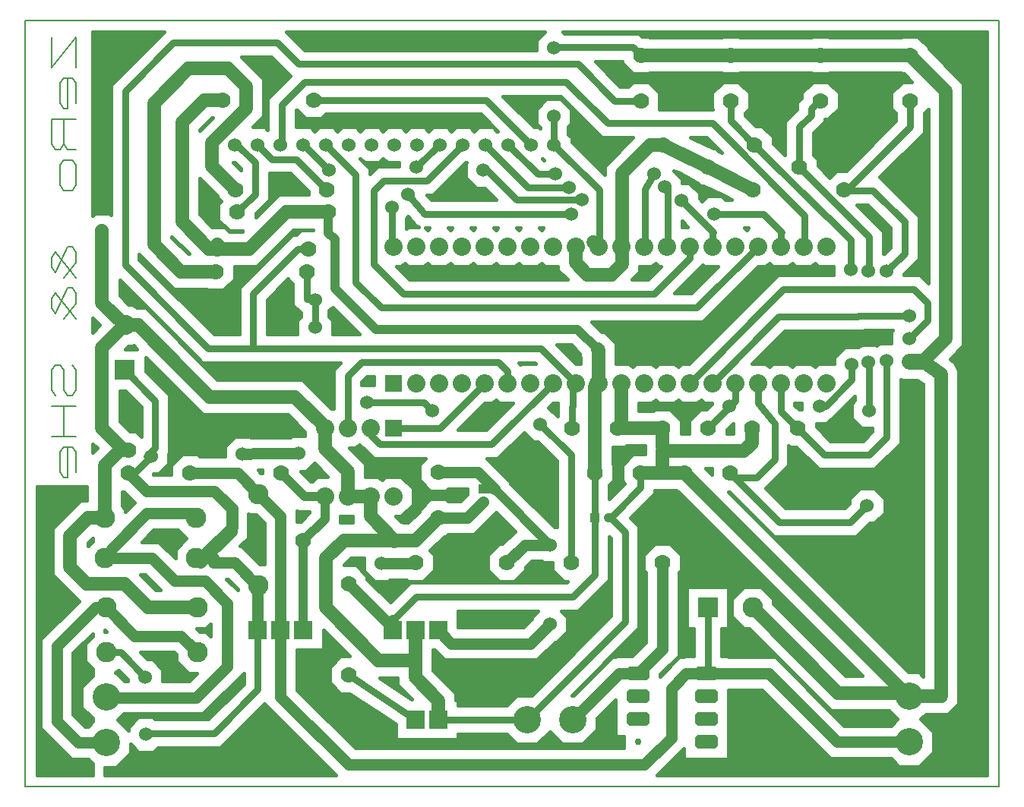
<source format=gbr>
G04 PROTEUS RS274X GERBER FILE*
%FSLAX45Y45*%
%MOMM*%
G01*
%ADD10C,0.762000*%
%ADD11C,1.524000*%
%ADD12C,1.270000*%
%ADD26C,1.016000*%
%ADD27C,1.778000*%
%ADD13C,0.762000*%
%ADD14C,1.524000*%
%ADD28C,0.381000*%
%ADD15C,0.000000*%
%ADD16R,1.905000X1.905000*%
%ADD17C,2.032000*%
%ADD18C,3.048000*%
%AMDIL009*
4,1,8,
-1.270000,0.457200,-0.965200,0.762000,0.965200,0.762000,1.270000,0.457200,1.270000,-0.457200,
0.965200,-0.762000,-0.965200,-0.762000,-1.270000,-0.457200,-1.270000,0.457200,
0*%
%ADD19DIL009*%
%ADD70C,1.778000*%
%ADD71R,1.050000X1.050000*%
%ADD20C,0.254000*%
%ADD21C,1.050000*%
%ADD22R,2.032000X2.032000*%
%ADD23C,2.286000*%
%ADD24R,2.286000X2.286000*%
%ADD25C,0.203200*%
G36*
X-7459653Y+9475233D02*
X-7459653Y+9371279D01*
X-10046775Y+9371279D01*
X-10246216Y+9570720D01*
X-7364166Y+9570720D01*
X-7459653Y+9475233D01*
G37*
G36*
X-7459653Y+9475233D02*
X-7459653Y+9371279D01*
X-10046775Y+9371279D01*
X-10246216Y+9570720D01*
X-7364166Y+9570720D01*
X-7459653Y+9475233D01*
G37*
G36*
X-12157162Y+9024782D02*
X-12203659Y+8978285D01*
X-12203659Y+7532046D01*
X-12218462Y+7546849D01*
X-12381538Y+7546849D01*
X-12405910Y+7522477D01*
X-12405910Y+9570720D01*
X-11611224Y+9570720D01*
X-12157162Y+9024782D01*
G37*
G36*
X-12157162Y+9024782D02*
X-12203659Y+8978285D01*
X-12203659Y+7532046D01*
X-12218462Y+7546849D01*
X-12381538Y+7546849D01*
X-12405910Y+7522477D01*
X-12405910Y+9570720D01*
X-11611224Y+9570720D01*
X-12157162Y+9024782D01*
G37*
G36*
X-12328386Y+6300000D02*
X-12405910Y+6222476D01*
X-12405910Y+6377524D01*
X-12328386Y+6300000D01*
G37*
G36*
X-12328386Y+6300000D02*
X-12405910Y+6222476D01*
X-12405910Y+6377524D01*
X-12328386Y+6300000D01*
G37*
G36*
X-12357296Y+4928530D02*
X-12405910Y+4879916D01*
X-12405910Y+4977144D01*
X-12357296Y+4928530D01*
G37*
G36*
X-12357296Y+4928530D02*
X-12405910Y+4879916D01*
X-12405910Y+4977144D01*
X-12357296Y+4928530D01*
G37*
G36*
X-10494059Y+2079252D02*
X-9697147Y+1282340D01*
X-12266210Y+1282340D01*
X-12266210Y+1370481D01*
X-12142809Y+1370481D01*
X-11982861Y+1530429D01*
X-11982861Y+1628267D01*
X-11894548Y+1539954D01*
X-11731472Y+1539954D01*
X-11680175Y+1591251D01*
X-10984245Y+1591251D01*
X-10494059Y+2081437D01*
X-10494059Y+2079252D01*
G37*
G36*
X-10494059Y+2079252D02*
X-9697147Y+1282340D01*
X-12266210Y+1282340D01*
X-12266210Y+1370481D01*
X-12142809Y+1370481D01*
X-11982861Y+1530429D01*
X-11982861Y+1628267D01*
X-11894548Y+1539954D01*
X-11731472Y+1539954D01*
X-11680175Y+1591251D01*
X-10984245Y+1591251D01*
X-10494059Y+2081437D01*
X-10494059Y+2079252D01*
G37*
G36*
X-2436720Y+1282340D02*
X-6114674Y+1282340D01*
X-5815559Y+1581455D01*
X-5815559Y+1458681D01*
X-5320261Y+1458681D01*
X-5320261Y+2233381D01*
X-4948187Y+2233381D01*
X-4182187Y+1467381D01*
X-3507911Y+1467381D01*
X-3419011Y+1378481D01*
X-3192809Y+1378481D01*
X-3032861Y+1538429D01*
X-3032861Y+1764631D01*
X-3173760Y+1905530D01*
X-3116609Y+1962681D01*
X-2868463Y+1962681D01*
X-2753151Y+2077993D01*
X-2753151Y+5797186D01*
X-2795938Y+5881305D01*
X-2849110Y+5922504D01*
X-2698061Y+6073553D01*
X-2698061Y+8994067D01*
X-3085361Y+9381367D01*
X-3085361Y+9399328D01*
X-3208112Y+9522079D01*
X-3381708Y+9522079D01*
X-3394408Y+9509379D01*
X-4195412Y+9509379D01*
X-4208112Y+9522079D01*
X-4381708Y+9522079D01*
X-4394408Y+9509379D01*
X-5195412Y+9509379D01*
X-5208112Y+9522079D01*
X-5381708Y+9522079D01*
X-5394408Y+9509379D01*
X-6195412Y+9509379D01*
X-6208112Y+9522079D01*
X-6279955Y+9522079D01*
X-6316625Y+9558749D01*
X-7149471Y+9558749D01*
X-7161442Y+9570720D01*
X-2436720Y+9570720D01*
X-2436720Y+1282340D01*
G37*
G36*
X-2436720Y+1282340D02*
X-6114674Y+1282340D01*
X-5815559Y+1581455D01*
X-5815559Y+1458681D01*
X-5320261Y+1458681D01*
X-5320261Y+2233381D01*
X-4948187Y+2233381D01*
X-4182187Y+1467381D01*
X-3507911Y+1467381D01*
X-3419011Y+1378481D01*
X-3192809Y+1378481D01*
X-3032861Y+1538429D01*
X-3032861Y+1764631D01*
X-3173760Y+1905530D01*
X-3116609Y+1962681D01*
X-2868463Y+1962681D01*
X-2753151Y+2077993D01*
X-2753151Y+5797186D01*
X-2795938Y+5881305D01*
X-2849110Y+5922504D01*
X-2698061Y+6073553D01*
X-2698061Y+8994067D01*
X-3085361Y+9381367D01*
X-3085361Y+9399328D01*
X-3208112Y+9522079D01*
X-3381708Y+9522079D01*
X-3394408Y+9509379D01*
X-4195412Y+9509379D01*
X-4208112Y+9522079D01*
X-4381708Y+9522079D01*
X-4394408Y+9509379D01*
X-5195412Y+9509379D01*
X-5208112Y+9522079D01*
X-5381708Y+9522079D01*
X-5394408Y+9509379D01*
X-6195412Y+9509379D01*
X-6208112Y+9522079D01*
X-6279955Y+9522079D01*
X-6316625Y+9558749D01*
X-7149471Y+9558749D01*
X-7161442Y+9570720D01*
X-2436720Y+9570720D01*
X-2436720Y+1282340D01*
G37*
G36*
X-10224782Y+9100278D02*
X-10203224Y+9078720D01*
X-10453659Y+8828286D01*
X-10453659Y+8479666D01*
X-10483372Y+8509379D01*
X-10619675Y+8509379D01*
X-10498061Y+8630993D01*
X-10498061Y+9044067D01*
X-10745245Y+9291251D01*
X-10415755Y+9291251D01*
X-10224782Y+9100278D01*
G37*
G36*
X-10224782Y+9100278D02*
X-10203224Y+9078720D01*
X-10453659Y+8828286D01*
X-10453659Y+8479666D01*
X-10483372Y+8509379D01*
X-10619675Y+8509379D01*
X-10498061Y+8630993D01*
X-10498061Y+9044067D01*
X-10745245Y+9291251D01*
X-10415755Y+9291251D01*
X-10224782Y+9100278D01*
G37*
G36*
X-11212861Y+8472965D02*
X-11212861Y+8481993D01*
X-11079173Y+8615681D01*
X-11070145Y+8615681D01*
X-11212861Y+8472965D01*
G37*
G36*
X-11212861Y+8472965D02*
X-11212861Y+8481993D01*
X-11079173Y+8615681D01*
X-11070145Y+8615681D01*
X-11212861Y+8472965D01*
G37*
G36*
X-10031708Y+8602981D02*
X-9858112Y+8602981D01*
X-9807312Y+8653781D01*
X-8082665Y+8653781D01*
X-7895356Y+8466472D01*
X-7897910Y+8463917D01*
X-7943372Y+8509379D01*
X-8106448Y+8509379D01*
X-8151910Y+8463917D01*
X-8197372Y+8509379D01*
X-8360448Y+8509379D01*
X-8405910Y+8463917D01*
X-8451372Y+8509379D01*
X-8614448Y+8509379D01*
X-8659910Y+8463917D01*
X-8705372Y+8509379D01*
X-8868448Y+8509379D01*
X-8913910Y+8463917D01*
X-8959372Y+8509379D01*
X-9122448Y+8509379D01*
X-9167910Y+8463917D01*
X-9213372Y+8509379D01*
X-9376448Y+8509379D01*
X-9421910Y+8463917D01*
X-9467372Y+8509379D01*
X-9630448Y+8509379D01*
X-9675910Y+8463917D01*
X-9721372Y+8509379D01*
X-9884448Y+8509379D01*
X-9929910Y+8463917D01*
X-9975372Y+8509379D01*
X-10136161Y+8509379D01*
X-10136161Y+8696776D01*
X-10130832Y+8702105D01*
X-10031708Y+8602981D01*
G37*
G36*
X-10031708Y+8602981D02*
X-9858112Y+8602981D01*
X-9807312Y+8653781D01*
X-8082665Y+8653781D01*
X-7895356Y+8466472D01*
X-7897910Y+8463917D01*
X-7943372Y+8509379D01*
X-8106448Y+8509379D01*
X-8151910Y+8463917D01*
X-8197372Y+8509379D01*
X-8360448Y+8509379D01*
X-8405910Y+8463917D01*
X-8451372Y+8509379D01*
X-8614448Y+8509379D01*
X-8659910Y+8463917D01*
X-8705372Y+8509379D01*
X-8868448Y+8509379D01*
X-8913910Y+8463917D01*
X-8959372Y+8509379D01*
X-9122448Y+8509379D01*
X-9167910Y+8463917D01*
X-9213372Y+8509379D01*
X-9376448Y+8509379D01*
X-9421910Y+8463917D01*
X-9467372Y+8509379D01*
X-9630448Y+8509379D01*
X-9675910Y+8463917D01*
X-9721372Y+8509379D01*
X-9884448Y+8509379D01*
X-9929910Y+8463917D01*
X-9975372Y+8509379D01*
X-10136161Y+8509379D01*
X-10136161Y+8696776D01*
X-10130832Y+8702105D01*
X-10031708Y+8602981D01*
G37*
G36*
X-5393229Y+8221879D02*
X-5424780Y+8238747D01*
X-5458112Y+8272079D01*
X-5490715Y+8272079D01*
X-5710124Y+8373988D01*
X-5745277Y+8392781D01*
X-5564131Y+8392781D01*
X-5393229Y+8221879D01*
G37*
G36*
X-5393229Y+8221879D02*
X-5424780Y+8238747D01*
X-5458112Y+8272079D01*
X-5490715Y+8272079D01*
X-5710124Y+8373988D01*
X-5745277Y+8392781D01*
X-5564131Y+8392781D01*
X-5393229Y+8221879D01*
G37*
G36*
X-7372515Y+8143748D02*
X-7377624Y+8143748D01*
X-7392464Y+8158588D01*
X-7389910Y+8161143D01*
X-7372515Y+8143748D01*
G37*
G36*
X-7372515Y+8143748D02*
X-7377624Y+8143748D01*
X-7392464Y+8158588D01*
X-7389910Y+8161143D01*
X-7372515Y+8143748D01*
G37*
G36*
X-9122448Y+8115681D02*
X-8991759Y+8115681D01*
X-8991759Y+8071279D01*
X-9230865Y+8071279D01*
X-9314793Y+7987351D01*
X-9314793Y+8048917D01*
X-9424464Y+8158588D01*
X-9421910Y+8161143D01*
X-9376448Y+8115681D01*
X-9213372Y+8115681D01*
X-9167910Y+8161143D01*
X-9122448Y+8115681D01*
G37*
G36*
X-9122448Y+8115681D02*
X-8991759Y+8115681D01*
X-8991759Y+8071279D01*
X-9230865Y+8071279D01*
X-9314793Y+7987351D01*
X-9314793Y+8048917D01*
X-9424464Y+8158588D01*
X-9421910Y+8161143D01*
X-9376448Y+8115681D01*
X-9213372Y+8115681D01*
X-9167910Y+8161143D01*
X-9122448Y+8115681D01*
G37*
G36*
X-10753659Y+8046776D02*
X-10753659Y+8033665D01*
X-10835675Y+8115681D01*
X-10822564Y+8115681D01*
X-10753659Y+8046776D01*
G37*
G36*
X-10753659Y+8046776D02*
X-10753659Y+8033665D01*
X-10835675Y+8115681D01*
X-10822564Y+8115681D01*
X-10753659Y+8046776D01*
G37*
G36*
X-6732531Y+8392781D02*
X-6385605Y+8392781D01*
X-6701759Y+8076627D01*
X-6701759Y+7975883D01*
X-7066061Y+8340185D01*
X-7066061Y+8394068D01*
X-7104161Y+8432168D01*
X-7104161Y+8514817D01*
X-7070730Y+8548248D01*
X-7070730Y+8711324D01*
X-7186041Y+8826635D01*
X-7349117Y+8826635D01*
X-7464428Y+8711324D01*
X-7464428Y+8548248D01*
X-7421659Y+8505479D01*
X-7421659Y+8495666D01*
X-7435372Y+8509379D01*
X-7489255Y+8509379D01*
X-7833657Y+8853781D01*
X-7193531Y+8853781D01*
X-6732531Y+8392781D01*
G37*
G36*
X-6732531Y+8392781D02*
X-6385605Y+8392781D01*
X-6701759Y+8076627D01*
X-6701759Y+7975883D01*
X-7066061Y+8340185D01*
X-7066061Y+8394068D01*
X-7104161Y+8432168D01*
X-7104161Y+8514817D01*
X-7070730Y+8548248D01*
X-7070730Y+8711324D01*
X-7186041Y+8826635D01*
X-7349117Y+8826635D01*
X-7464428Y+8711324D01*
X-7464428Y+8548248D01*
X-7421659Y+8505479D01*
X-7421659Y+8495666D01*
X-7435372Y+8509379D01*
X-7489255Y+8509379D01*
X-7833657Y+8853781D01*
X-7193531Y+8853781D01*
X-6732531Y+8392781D01*
G37*
G36*
X-6504459Y+9225732D02*
X-6381708Y+9102981D01*
X-6208112Y+9102981D01*
X-6195412Y+9115681D01*
X-5394408Y+9115681D01*
X-5381708Y+9102981D01*
X-5208112Y+9102981D01*
X-5195412Y+9115681D01*
X-4394408Y+9115681D01*
X-4381708Y+9102981D01*
X-4208112Y+9102981D01*
X-4195412Y+9115681D01*
X-3394408Y+9115681D01*
X-3381708Y+9102981D01*
X-3363747Y+9102981D01*
X-3274845Y+9014079D01*
X-3381708Y+9014079D01*
X-3504459Y+8891328D01*
X-3504459Y+8717732D01*
X-3453659Y+8666932D01*
X-3453659Y+8578285D01*
X-4009865Y+8022079D01*
X-4115708Y+8022079D01*
X-4189832Y+7947956D01*
X-4319361Y+8077485D01*
X-4319361Y+8149328D01*
X-4370161Y+8200128D01*
X-4370161Y+8444375D01*
X-4333554Y+8480981D01*
X-4240561Y+8573974D01*
X-4240561Y+8594981D01*
X-4208112Y+8594981D01*
X-4085361Y+8717732D01*
X-4085361Y+8891328D01*
X-4208112Y+9014079D01*
X-4381708Y+9014079D01*
X-4504459Y+8891328D01*
X-4504459Y+8834985D01*
X-4558059Y+8781385D01*
X-4558059Y+8705485D01*
X-4687659Y+8575885D01*
X-4687659Y+8200128D01*
X-4689832Y+8197956D01*
X-4819361Y+8327485D01*
X-4819361Y+8399328D01*
X-4942112Y+8522079D01*
X-5013955Y+8522079D01*
X-5136161Y+8644285D01*
X-5136161Y+8666932D01*
X-5085361Y+8717732D01*
X-5085361Y+8891328D01*
X-5208112Y+9014079D01*
X-5381708Y+9014079D01*
X-5504459Y+8891328D01*
X-5504459Y+8717732D01*
X-5497006Y+8710279D01*
X-6092814Y+8710279D01*
X-6085361Y+8717732D01*
X-6085361Y+8891328D01*
X-6208112Y+9014079D01*
X-6381708Y+9014079D01*
X-6432508Y+8963279D01*
X-6525230Y+8963279D01*
X-6803202Y+9241251D01*
X-6504459Y+9241251D01*
X-6504459Y+9225732D01*
G37*
G36*
X-6504459Y+9225732D02*
X-6381708Y+9102981D01*
X-6208112Y+9102981D01*
X-6195412Y+9115681D01*
X-5394408Y+9115681D01*
X-5381708Y+9102981D01*
X-5208112Y+9102981D01*
X-5195412Y+9115681D01*
X-4394408Y+9115681D01*
X-4381708Y+9102981D01*
X-4208112Y+9102981D01*
X-4195412Y+9115681D01*
X-3394408Y+9115681D01*
X-3381708Y+9102981D01*
X-3363747Y+9102981D01*
X-3274845Y+9014079D01*
X-3381708Y+9014079D01*
X-3504459Y+8891328D01*
X-3504459Y+8717732D01*
X-3453659Y+8666932D01*
X-3453659Y+8578285D01*
X-4009865Y+8022079D01*
X-4115708Y+8022079D01*
X-4189832Y+7947956D01*
X-4319361Y+8077485D01*
X-4319361Y+8149328D01*
X-4370161Y+8200128D01*
X-4370161Y+8444375D01*
X-4333554Y+8480981D01*
X-4240561Y+8573974D01*
X-4240561Y+8594981D01*
X-4208112Y+8594981D01*
X-4085361Y+8717732D01*
X-4085361Y+8891328D01*
X-4208112Y+9014079D01*
X-4381708Y+9014079D01*
X-4504459Y+8891328D01*
X-4504459Y+8834985D01*
X-4558059Y+8781385D01*
X-4558059Y+8705485D01*
X-4687659Y+8575885D01*
X-4687659Y+8200128D01*
X-4689832Y+8197956D01*
X-4819361Y+8327485D01*
X-4819361Y+8399328D01*
X-4942112Y+8522079D01*
X-5013955Y+8522079D01*
X-5136161Y+8644285D01*
X-5136161Y+8666932D01*
X-5085361Y+8717732D01*
X-5085361Y+8891328D01*
X-5208112Y+9014079D01*
X-5381708Y+9014079D01*
X-5504459Y+8891328D01*
X-5504459Y+8717732D01*
X-5497006Y+8710279D01*
X-6092814Y+8710279D01*
X-6085361Y+8717732D01*
X-6085361Y+8891328D01*
X-6208112Y+9014079D01*
X-6381708Y+9014079D01*
X-6432508Y+8963279D01*
X-6525230Y+8963279D01*
X-6803202Y+9241251D01*
X-6504459Y+9241251D01*
X-6504459Y+9225732D01*
G37*
G36*
X-5879696Y+8001072D02*
X-5665040Y+7886313D01*
X-5631708Y+7852981D01*
X-5599105Y+7852981D01*
X-5379695Y+7751072D01*
X-5285391Y+7700655D01*
X-5355745Y+7700655D01*
X-5393845Y+7738755D01*
X-5556921Y+7738755D01*
X-5611776Y+7683900D01*
X-5643370Y+7715494D01*
X-5643370Y+7773863D01*
X-5758681Y+7889174D01*
X-5831518Y+7889174D01*
X-5831518Y+7925426D01*
X-5930988Y+8024896D01*
X-5879696Y+8001072D01*
G37*
G36*
X-5879696Y+8001072D02*
X-5665040Y+7886313D01*
X-5631708Y+7852981D01*
X-5599105Y+7852981D01*
X-5379695Y+7751072D01*
X-5285391Y+7700655D01*
X-5355745Y+7700655D01*
X-5393845Y+7738755D01*
X-5556921Y+7738755D01*
X-5611776Y+7683900D01*
X-5643370Y+7715494D01*
X-5643370Y+7773863D01*
X-5758681Y+7889174D01*
X-5831518Y+7889174D01*
X-5831518Y+7925426D01*
X-5930988Y+8024896D01*
X-5879696Y+8001072D01*
G37*
G36*
X-8247129Y+8108278D02*
X-8247129Y+7945202D01*
X-8131818Y+7829891D01*
X-8036775Y+7829891D01*
X-7907539Y+7700655D01*
X-8632221Y+7700655D01*
X-8675485Y+7753781D01*
X-8613155Y+7753781D01*
X-8251255Y+8115681D01*
X-8239726Y+8115681D01*
X-8247129Y+8108278D01*
G37*
G36*
X-8247129Y+8108278D02*
X-8247129Y+7945202D01*
X-8131818Y+7829891D01*
X-8036775Y+7829891D01*
X-7907539Y+7700655D01*
X-8632221Y+7700655D01*
X-8675485Y+7753781D01*
X-8613155Y+7753781D01*
X-8251255Y+8115681D01*
X-8239726Y+8115681D01*
X-8247129Y+8108278D01*
G37*
G36*
X-10004459Y+7797575D02*
X-10004459Y+7757849D01*
X-10329737Y+7757849D01*
X-10585361Y+7502225D01*
X-10585361Y+7547575D01*
X-10436161Y+7696775D01*
X-10436161Y+7993531D01*
X-10200415Y+7993531D01*
X-10004459Y+7797575D01*
G37*
G36*
X-10004459Y+7797575D02*
X-10004459Y+7757849D01*
X-10329737Y+7757849D01*
X-10585361Y+7502225D01*
X-10585361Y+7547575D01*
X-10436161Y+7696775D01*
X-10436161Y+7993531D01*
X-10200415Y+7993531D01*
X-10004459Y+7797575D01*
G37*
G36*
X-5774663Y+7397779D02*
X-5838161Y+7397779D01*
X-5838161Y+7461277D01*
X-5774663Y+7397779D01*
G37*
G36*
X-5774663Y+7397779D02*
X-5838161Y+7397779D01*
X-5838161Y+7461277D01*
X-5774663Y+7397779D01*
G37*
G36*
X-8806029Y+7412523D02*
X-8774174Y+7397779D01*
X-8893969Y+7397779D01*
X-8911309Y+7380439D01*
X-8911309Y+7492892D01*
X-8892462Y+7511739D01*
X-8806029Y+7412523D01*
G37*
G36*
X-8806029Y+7412523D02*
X-8774174Y+7397779D01*
X-8893969Y+7397779D01*
X-8911309Y+7380439D01*
X-8911309Y+7492892D01*
X-8892462Y+7511739D01*
X-8806029Y+7412523D01*
G37*
G36*
X-5118910Y+7362838D02*
X-5139229Y+7383157D01*
X-5098591Y+7383157D01*
X-5118910Y+7362838D01*
G37*
G36*
X-5118910Y+7362838D02*
X-5139229Y+7383157D01*
X-5098591Y+7383157D01*
X-5118910Y+7362838D01*
G37*
G36*
X-7404910Y+7362838D02*
X-7425229Y+7383157D01*
X-7384591Y+7383157D01*
X-7404910Y+7362838D01*
G37*
G36*
X-7404910Y+7362838D02*
X-7425229Y+7383157D01*
X-7384591Y+7383157D01*
X-7404910Y+7362838D01*
G37*
G36*
X-7658910Y+7362838D02*
X-7679229Y+7383157D01*
X-7638591Y+7383157D01*
X-7658910Y+7362838D01*
G37*
G36*
X-7658910Y+7362838D02*
X-7679229Y+7383157D01*
X-7638591Y+7383157D01*
X-7658910Y+7362838D01*
G37*
G36*
X-7912910Y+7362838D02*
X-7933229Y+7383157D01*
X-7892591Y+7383157D01*
X-7912910Y+7362838D01*
G37*
G36*
X-7912910Y+7362838D02*
X-7933229Y+7383157D01*
X-7892591Y+7383157D01*
X-7912910Y+7362838D01*
G37*
G36*
X-8166910Y+7362838D02*
X-8187229Y+7383157D01*
X-8146591Y+7383157D01*
X-8166910Y+7362838D01*
G37*
G36*
X-8166910Y+7362838D02*
X-8187229Y+7383157D01*
X-8146591Y+7383157D01*
X-8166910Y+7362838D01*
G37*
G36*
X-8420910Y+7362838D02*
X-8441229Y+7383157D01*
X-8400591Y+7383157D01*
X-8420910Y+7362838D01*
G37*
G36*
X-8420910Y+7362838D02*
X-8441229Y+7383157D01*
X-8400591Y+7383157D01*
X-8420910Y+7362838D01*
G37*
G36*
X-8674910Y+7362838D02*
X-8695229Y+7383157D01*
X-8654591Y+7383157D01*
X-8674910Y+7362838D01*
G37*
G36*
X-8674910Y+7362838D02*
X-8695229Y+7383157D01*
X-8654591Y+7383157D01*
X-8674910Y+7362838D01*
G37*
G36*
X-11020459Y+7743693D02*
X-11020459Y+7725732D01*
X-10974257Y+7679530D01*
X-11004459Y+7649328D01*
X-11004459Y+7475732D01*
X-10881708Y+7352981D01*
X-10734605Y+7352981D01*
X-10740737Y+7346849D01*
X-10884462Y+7346849D01*
X-10934462Y+7396849D01*
X-11072843Y+7396849D01*
X-11212861Y+7536867D01*
X-11212861Y+7936095D01*
X-11020459Y+7743693D01*
G37*
G36*
X-11020459Y+7743693D02*
X-11020459Y+7725732D01*
X-10974257Y+7679530D01*
X-11004459Y+7649328D01*
X-11004459Y+7475732D01*
X-10881708Y+7352981D01*
X-10734605Y+7352981D01*
X-10740737Y+7346849D01*
X-10884462Y+7346849D01*
X-10934462Y+7396849D01*
X-11072843Y+7396849D01*
X-11212861Y+7536867D01*
X-11212861Y+7936095D01*
X-11020459Y+7743693D01*
G37*
G36*
X-3514659Y+7385775D02*
X-3514659Y+7167285D01*
X-3583565Y+7098379D01*
X-3589124Y+7098379D01*
X-3589124Y+7347248D01*
X-3884657Y+7642781D01*
X-3771665Y+7642781D01*
X-3514659Y+7385775D01*
G37*
G36*
X-3514659Y+7385775D02*
X-3514659Y+7167285D01*
X-3583565Y+7098379D01*
X-3589124Y+7098379D01*
X-3589124Y+7347248D01*
X-3884657Y+7642781D01*
X-3771665Y+7642781D01*
X-3514659Y+7385775D01*
G37*
G36*
X-11331145Y+7096849D02*
X-11338276Y+7096849D01*
X-11520737Y+7279310D01*
X-11520737Y+7286441D01*
X-11331145Y+7096849D01*
G37*
G36*
X-11331145Y+7096849D02*
X-11338276Y+7096849D01*
X-11520737Y+7279310D01*
X-11520737Y+7286441D01*
X-11331145Y+7096849D01*
G37*
G36*
X-4321969Y+6953281D02*
X-4148654Y+6953281D01*
X-4148654Y+6858749D01*
X-4771195Y+6858749D01*
X-5756165Y+5873779D01*
X-5845969Y+5873779D01*
X-5880910Y+5838838D01*
X-5915851Y+5873779D01*
X-6099969Y+5873779D01*
X-6134910Y+5838838D01*
X-6169851Y+5873779D01*
X-6353969Y+5873779D01*
X-6388910Y+5838838D01*
X-6423851Y+5873779D01*
X-6573061Y+5873779D01*
X-6573061Y+6102632D01*
X-6696590Y+6226161D01*
X-6732511Y+6226161D01*
X-6845133Y+6338781D01*
X-5604155Y+6338781D01*
X-4989655Y+6953281D01*
X-4899851Y+6953281D01*
X-4864910Y+6988222D01*
X-4829969Y+6953281D01*
X-4645851Y+6953281D01*
X-4610910Y+6988222D01*
X-4575969Y+6953281D01*
X-4391851Y+6953281D01*
X-4356910Y+6988222D01*
X-4321969Y+6953281D01*
G37*
G36*
X-4321969Y+6953281D02*
X-4148654Y+6953281D01*
X-4148654Y+6858749D01*
X-4771195Y+6858749D01*
X-5756165Y+5873779D01*
X-5845969Y+5873779D01*
X-5880910Y+5838838D01*
X-5915851Y+5873779D01*
X-6099969Y+5873779D01*
X-6134910Y+5838838D01*
X-6169851Y+5873779D01*
X-6353969Y+5873779D01*
X-6388910Y+5838838D01*
X-6423851Y+5873779D01*
X-6573061Y+5873779D01*
X-6573061Y+6102632D01*
X-6696590Y+6226161D01*
X-6732511Y+6226161D01*
X-6845133Y+6338781D01*
X-5604155Y+6338781D01*
X-4989655Y+6953281D01*
X-4899851Y+6953281D01*
X-4864910Y+6988222D01*
X-4829969Y+6953281D01*
X-4645851Y+6953281D01*
X-4610910Y+6988222D01*
X-4575969Y+6953281D01*
X-4391851Y+6953281D01*
X-4356910Y+6988222D01*
X-4321969Y+6953281D01*
G37*
G36*
X-7369969Y+6953281D02*
X-7220759Y+6953281D01*
X-7220759Y+6912164D01*
X-7117344Y+6808749D01*
X-8877625Y+6808749D01*
X-9022157Y+6953281D01*
X-8963851Y+6953281D01*
X-8928910Y+6988222D01*
X-8893969Y+6953281D01*
X-8709851Y+6953281D01*
X-8674910Y+6988222D01*
X-8639969Y+6953281D01*
X-8455851Y+6953281D01*
X-8420910Y+6988222D01*
X-8385969Y+6953281D01*
X-8201851Y+6953281D01*
X-8166910Y+6988222D01*
X-8131969Y+6953281D01*
X-7947851Y+6953281D01*
X-7912910Y+6988222D01*
X-7877969Y+6953281D01*
X-7693851Y+6953281D01*
X-7658910Y+6988222D01*
X-7623969Y+6953281D01*
X-7439851Y+6953281D01*
X-7404910Y+6988222D01*
X-7369969Y+6953281D01*
G37*
G36*
X-7369969Y+6953281D02*
X-7220759Y+6953281D01*
X-7220759Y+6912164D01*
X-7117344Y+6808749D01*
X-8877625Y+6808749D01*
X-9022157Y+6953281D01*
X-8963851Y+6953281D01*
X-8928910Y+6988222D01*
X-8893969Y+6953281D01*
X-8709851Y+6953281D01*
X-8674910Y+6988222D01*
X-8639969Y+6953281D01*
X-8455851Y+6953281D01*
X-8420910Y+6988222D01*
X-8385969Y+6953281D01*
X-8201851Y+6953281D01*
X-8166910Y+6988222D01*
X-8131969Y+6953281D01*
X-7947851Y+6953281D01*
X-7912910Y+6988222D01*
X-7877969Y+6953281D01*
X-7693851Y+6953281D01*
X-7658910Y+6988222D01*
X-7623969Y+6953281D01*
X-7439851Y+6953281D01*
X-7404910Y+6988222D01*
X-7369969Y+6953281D01*
G37*
G36*
X-6099969Y+6953281D02*
X-6071223Y+6953281D01*
X-6215755Y+6808749D01*
X-6396742Y+6808749D01*
X-6308432Y+6897059D01*
X-6308432Y+6953281D01*
X-6169851Y+6953281D01*
X-6134910Y+6988222D01*
X-6099969Y+6953281D01*
G37*
G36*
X-6099969Y+6953281D02*
X-6071223Y+6953281D01*
X-6215755Y+6808749D01*
X-6396742Y+6808749D01*
X-6308432Y+6897059D01*
X-6308432Y+6953281D01*
X-6169851Y+6953281D01*
X-6134910Y+6988222D01*
X-6099969Y+6953281D01*
G37*
G36*
X-3091759Y+6766262D02*
X-3184246Y+6858749D01*
X-3359061Y+6858749D01*
X-3359061Y+6873875D01*
X-3197161Y+7035775D01*
X-3197161Y+7517285D01*
X-3631406Y+7951530D01*
X-3136161Y+8446775D01*
X-3136161Y+8666932D01*
X-3091759Y+8711334D01*
X-3091759Y+6766262D01*
G37*
G36*
X-3091759Y+6766262D02*
X-3184246Y+6858749D01*
X-3359061Y+6858749D01*
X-3359061Y+6873875D01*
X-3197161Y+7035775D01*
X-3197161Y+7517285D01*
X-3631406Y+7951530D01*
X-3136161Y+8446775D01*
X-3136161Y+8666932D01*
X-3091759Y+8711334D01*
X-3091759Y+6766262D01*
G37*
G36*
X-9950365Y+7359549D02*
X-10086798Y+7359549D01*
X-10137598Y+7308749D01*
X-10181754Y+7308749D01*
X-10774749Y+6715754D01*
X-10774749Y+6199079D01*
X-11050753Y+6199079D01*
X-11886161Y+7034487D01*
X-11886161Y+7087961D01*
X-11799123Y+7000924D01*
X-11501351Y+6703151D01*
X-11130957Y+6703151D01*
X-11118257Y+6690451D01*
X-10944661Y+6690451D01*
X-10821910Y+6813202D01*
X-10821910Y+6953151D01*
X-10577663Y+6953151D01*
X-10166663Y+7364151D01*
X-9950365Y+7364151D01*
X-9950365Y+7359549D01*
G37*
G36*
X-9950365Y+7359549D02*
X-10086798Y+7359549D01*
X-10137598Y+7308749D01*
X-10181754Y+7308749D01*
X-10774749Y+6715754D01*
X-10774749Y+6199079D01*
X-11050753Y+6199079D01*
X-11886161Y+7034487D01*
X-11886161Y+7087961D01*
X-11799123Y+7000924D01*
X-11501351Y+6703151D01*
X-11130957Y+6703151D01*
X-11118257Y+6690451D01*
X-10944661Y+6690451D01*
X-10821910Y+6813202D01*
X-10821910Y+6953151D01*
X-10577663Y+6953151D01*
X-10166663Y+7364151D01*
X-9950365Y+7364151D01*
X-9950365Y+7359549D01*
G37*
G36*
X-5591969Y+6953281D02*
X-5438663Y+6953281D01*
X-5735665Y+6656279D01*
X-5919217Y+6656279D01*
X-5607092Y+6968404D01*
X-5591969Y+6953281D01*
G37*
G36*
X-5591969Y+6953281D02*
X-5438663Y+6953281D01*
X-5735665Y+6656279D01*
X-5919217Y+6656279D01*
X-5607092Y+6968404D01*
X-5591969Y+6953281D01*
G37*
G36*
X-9434923Y+6199079D02*
X-9731491Y+6199079D01*
X-9731491Y+6355845D01*
X-9769591Y+6393945D01*
X-9769591Y+6461514D01*
X-9733474Y+6497630D01*
X-9434923Y+6199079D01*
G37*
G36*
X-9434923Y+6199079D02*
X-9731491Y+6199079D01*
X-9731491Y+6355845D01*
X-9769591Y+6393945D01*
X-9769591Y+6461514D01*
X-9733474Y+6497630D01*
X-9434923Y+6199079D01*
G37*
G36*
X-10225008Y+6813202D02*
X-10174208Y+6762402D01*
X-10174208Y+6526568D01*
X-10087089Y+6439449D01*
X-10087089Y+6393945D01*
X-10125189Y+6355845D01*
X-10125189Y+6199079D01*
X-10457251Y+6199079D01*
X-10457251Y+6584244D01*
X-10225008Y+6816487D01*
X-10225008Y+6813202D01*
G37*
G36*
X-10225008Y+6813202D02*
X-10174208Y+6762402D01*
X-10174208Y+6526568D01*
X-10087089Y+6439449D01*
X-10087089Y+6393945D01*
X-10125189Y+6355845D01*
X-10125189Y+6199079D01*
X-10457251Y+6199079D01*
X-10457251Y+6584244D01*
X-10225008Y+6816487D01*
X-10225008Y+6813202D01*
G37*
G36*
X-3502759Y+6233068D02*
X-3502759Y+6098379D01*
X-3637448Y+6098379D01*
X-3665231Y+6070596D01*
X-3677335Y+6082700D01*
X-3840411Y+6082700D01*
X-3866985Y+6056126D01*
X-4025504Y+6056126D01*
X-4140815Y+5940815D01*
X-4140815Y+5873779D01*
X-4321969Y+5873779D01*
X-4356910Y+5838838D01*
X-4391851Y+5873779D01*
X-4575969Y+5873779D01*
X-4610910Y+5838838D01*
X-4645851Y+5873779D01*
X-4829969Y+5873779D01*
X-4864910Y+5838838D01*
X-4899851Y+5873779D01*
X-5053157Y+5873779D01*
X-4689755Y+6237181D01*
X-3811155Y+6237181D01*
X-3801555Y+6246781D01*
X-3489046Y+6246781D01*
X-3502759Y+6233068D01*
G37*
G36*
X-3502759Y+6233068D02*
X-3502759Y+6098379D01*
X-3637448Y+6098379D01*
X-3665231Y+6070596D01*
X-3677335Y+6082700D01*
X-3840411Y+6082700D01*
X-3866985Y+6056126D01*
X-4025504Y+6056126D01*
X-4140815Y+5940815D01*
X-4140815Y+5873779D01*
X-4321969Y+5873779D01*
X-4356910Y+5838838D01*
X-4391851Y+5873779D01*
X-4575969Y+5873779D01*
X-4610910Y+5838838D01*
X-4645851Y+5873779D01*
X-4829969Y+5873779D01*
X-4864910Y+5838838D01*
X-4899851Y+5873779D01*
X-5053157Y+5873779D01*
X-4689755Y+6237181D01*
X-3811155Y+6237181D01*
X-3801555Y+6246781D01*
X-3489046Y+6246781D01*
X-3502759Y+6233068D01*
G37*
G36*
X-11910869Y+6034949D02*
X-12036665Y+6034949D01*
X-12006563Y+6065051D01*
X-11952681Y+6065051D01*
X-11946826Y+6070906D01*
X-11910869Y+6034949D01*
G37*
G36*
X-11910869Y+6034949D02*
X-12036665Y+6034949D01*
X-12006563Y+6065051D01*
X-11952681Y+6065051D01*
X-11946826Y+6070906D01*
X-11910869Y+6034949D01*
G37*
G36*
X-6974977Y+5983695D02*
X-6974977Y+5947774D01*
X-6966759Y+5939555D01*
X-6966759Y+5873779D01*
X-7021655Y+5873779D01*
X-7227957Y+6080081D01*
X-7071363Y+6080081D01*
X-6974977Y+5983695D01*
G37*
G36*
X-6974977Y+5983695D02*
X-6974977Y+5947774D01*
X-6966759Y+5939555D01*
X-6966759Y+5873779D01*
X-7021655Y+5873779D01*
X-7227957Y+6080081D01*
X-7071363Y+6080081D01*
X-6974977Y+5983695D01*
G37*
G36*
X-7470663Y+5873779D02*
X-7623969Y+5873779D01*
X-7636622Y+5861126D01*
X-7657077Y+5881581D01*
X-7478465Y+5881581D01*
X-7470663Y+5873779D01*
G37*
G36*
X-7470663Y+5873779D02*
X-7623969Y+5873779D01*
X-7636622Y+5861126D01*
X-7657077Y+5881581D01*
X-7478465Y+5881581D01*
X-7470663Y+5873779D01*
G37*
G36*
X-9271809Y+5633309D02*
X-9405161Y+5633309D01*
X-9405161Y+5669775D01*
X-9345755Y+5729181D01*
X-9271809Y+5729181D01*
X-9271809Y+5633309D01*
G37*
G36*
X-9271809Y+5633309D02*
X-9405161Y+5633309D01*
X-9405161Y+5669775D01*
X-9345755Y+5729181D01*
X-9271809Y+5729181D01*
X-9271809Y+5633309D01*
G37*
G36*
X-5591969Y+5429281D02*
X-5502759Y+5429281D01*
X-5502759Y+5421185D01*
X-5562865Y+5361079D01*
X-5634708Y+5361079D01*
X-5757459Y+5238328D01*
X-5757459Y+5094179D01*
X-5846361Y+5094179D01*
X-5846361Y+5238328D01*
X-5969112Y+5361079D01*
X-6142708Y+5361079D01*
X-6155408Y+5348379D01*
X-6319062Y+5348379D01*
X-6319062Y+5429281D01*
X-6169851Y+5429281D01*
X-6134910Y+5464222D01*
X-6099969Y+5429281D01*
X-5915851Y+5429281D01*
X-5880910Y+5464222D01*
X-5845969Y+5429281D01*
X-5661851Y+5429281D01*
X-5626910Y+5464222D01*
X-5591969Y+5429281D01*
G37*
G36*
X-5591969Y+5429281D02*
X-5502759Y+5429281D01*
X-5502759Y+5421185D01*
X-5562865Y+5361079D01*
X-5634708Y+5361079D01*
X-5757459Y+5238328D01*
X-5757459Y+5094179D01*
X-5846361Y+5094179D01*
X-5846361Y+5238328D01*
X-5969112Y+5361079D01*
X-6142708Y+5361079D01*
X-6155408Y+5348379D01*
X-6319062Y+5348379D01*
X-6319062Y+5429281D01*
X-6169851Y+5429281D01*
X-6134910Y+5464222D01*
X-6099969Y+5429281D01*
X-5915851Y+5429281D01*
X-5880910Y+5464222D01*
X-5845969Y+5429281D01*
X-5661851Y+5429281D01*
X-5626910Y+5464222D01*
X-5591969Y+5429281D01*
G37*
G36*
X-11228760Y+5928078D02*
X-11182263Y+5881581D01*
X-9642363Y+5881581D01*
X-9722659Y+5801285D01*
X-9722659Y+5370587D01*
X-9725851Y+5373779D01*
X-9745393Y+5373779D01*
X-10068462Y+5696848D01*
X-11015996Y+5696848D01*
X-11815997Y+6496849D01*
X-11914581Y+6496849D01*
X-11952681Y+6534949D01*
X-12006563Y+6534949D01*
X-12103151Y+6631537D01*
X-12103151Y+6802469D01*
X-11228760Y+5928078D01*
G37*
G36*
X-11228760Y+5928078D02*
X-11182263Y+5881581D01*
X-9642363Y+5881581D01*
X-9722659Y+5801285D01*
X-9722659Y+5370587D01*
X-9725851Y+5373779D01*
X-9745393Y+5373779D01*
X-10068462Y+5696848D01*
X-11015996Y+5696848D01*
X-11815997Y+6496849D01*
X-11914581Y+6496849D01*
X-11952681Y+6534949D01*
X-12006563Y+6534949D01*
X-12103151Y+6631537D01*
X-12103151Y+6802469D01*
X-11228760Y+5928078D01*
G37*
G36*
X-4575969Y+5429281D02*
X-4502759Y+5429281D01*
X-4502759Y+5361079D01*
X-4532955Y+5361079D01*
X-4579161Y+5407285D01*
X-4579161Y+5432473D01*
X-4575969Y+5429281D01*
G37*
G36*
X-4575969Y+5429281D02*
X-4502759Y+5429281D01*
X-4502759Y+5361079D01*
X-4532955Y+5361079D01*
X-4579161Y+5407285D01*
X-4579161Y+5432473D01*
X-4575969Y+5429281D01*
G37*
G36*
X-7222659Y+5289128D02*
X-7224932Y+5286855D01*
X-7321506Y+5383430D01*
X-7275655Y+5429281D01*
X-7222659Y+5429281D01*
X-7222659Y+5289128D01*
G37*
G36*
X-7222659Y+5289128D02*
X-7224932Y+5286855D01*
X-7321506Y+5383430D01*
X-7275655Y+5429281D01*
X-7222659Y+5429281D01*
X-7222659Y+5289128D01*
G37*
G36*
X-7877969Y+5429281D02*
X-7724663Y+5429281D01*
X-8021665Y+5132279D01*
X-8334657Y+5132279D01*
X-8037655Y+5429281D01*
X-7947851Y+5429281D01*
X-7912910Y+5464222D01*
X-7877969Y+5429281D01*
G37*
G36*
X-7877969Y+5429281D02*
X-7724663Y+5429281D01*
X-8021665Y+5132279D01*
X-8334657Y+5132279D01*
X-8037655Y+5429281D01*
X-7947851Y+5429281D01*
X-7912910Y+5464222D01*
X-7877969Y+5429281D01*
G37*
G36*
X-5265459Y+5094179D02*
X-5338361Y+5094179D01*
X-5338361Y+5136575D01*
X-5270255Y+5204681D01*
X-5265459Y+5204681D01*
X-5265459Y+5094179D01*
G37*
G36*
X-5265459Y+5094179D02*
X-5338361Y+5094179D01*
X-5338361Y+5136575D01*
X-5270255Y+5204681D01*
X-5265459Y+5204681D01*
X-5265459Y+5094179D01*
G37*
G36*
X-11866840Y+5392336D02*
X-11866840Y+5062807D01*
X-11919112Y+5115079D01*
X-11987073Y+5115079D01*
X-12103151Y+5231157D01*
X-12103151Y+5565051D01*
X-12039555Y+5565051D01*
X-11866840Y+5392336D01*
G37*
G36*
X-11866840Y+5392336D02*
X-11866840Y+5062807D01*
X-11919112Y+5115079D01*
X-11987073Y+5115079D01*
X-12103151Y+5231157D01*
X-12103151Y+5565051D01*
X-12039555Y+5565051D01*
X-11866840Y+5392336D01*
G37*
G36*
X-11458617Y+5582697D02*
X-11179072Y+5303152D01*
X-10231538Y+5303152D01*
X-10040159Y+5111773D01*
X-10040159Y+5065532D01*
X-10190001Y+5065532D01*
X-10202701Y+5052832D01*
X-10524992Y+5052832D01*
X-10647545Y+5050895D01*
X-10657592Y+5060942D01*
X-10820668Y+5060942D01*
X-10935979Y+4945631D01*
X-10935979Y+4835679D01*
X-11209712Y+4835679D01*
X-11235112Y+4861079D01*
X-11408708Y+4861079D01*
X-11531459Y+4738328D01*
X-11531459Y+4634149D01*
X-11728103Y+4634149D01*
X-11729431Y+4635477D01*
X-11723583Y+4641325D01*
X-11669700Y+4641325D01*
X-11554389Y+4756636D01*
X-11554389Y+4860519D01*
X-11549342Y+4865566D01*
X-11549342Y+5523846D01*
X-11815051Y+5789555D01*
X-11815051Y+5939131D01*
X-11458617Y+5582697D01*
G37*
G36*
X-11458617Y+5582697D02*
X-11179072Y+5303152D01*
X-10231538Y+5303152D01*
X-10040159Y+5111773D01*
X-10040159Y+5065532D01*
X-10190001Y+5065532D01*
X-10202701Y+5052832D01*
X-10524992Y+5052832D01*
X-10647545Y+5050895D01*
X-10657592Y+5060942D01*
X-10820668Y+5060942D01*
X-10935979Y+4945631D01*
X-10935979Y+4835679D01*
X-11209712Y+4835679D01*
X-11235112Y+4861079D01*
X-11408708Y+4861079D01*
X-11531459Y+4738328D01*
X-11531459Y+4634149D01*
X-11728103Y+4634149D01*
X-11729431Y+4635477D01*
X-11723583Y+4641325D01*
X-11669700Y+4641325D01*
X-11554389Y+4756636D01*
X-11554389Y+4860519D01*
X-11549342Y+4865566D01*
X-11549342Y+5523846D01*
X-11815051Y+5789555D01*
X-11815051Y+5939131D01*
X-11458617Y+5582697D01*
G37*
G36*
X-3909783Y+5464564D02*
X-3947883Y+5426464D01*
X-3947883Y+5263388D01*
X-3832572Y+5148077D01*
X-3714659Y+5148077D01*
X-3714659Y+5117284D01*
X-3821664Y+5010279D01*
X-4182155Y+5010279D01*
X-4338361Y+5166485D01*
X-4338361Y+5204681D01*
X-4224372Y+5204681D01*
X-4186272Y+5242781D01*
X-4171327Y+5242781D01*
X-3909783Y+5504325D01*
X-3909783Y+5464564D01*
G37*
G36*
X-3909783Y+5464564D02*
X-3947883Y+5426464D01*
X-3947883Y+5263388D01*
X-3832572Y+5148077D01*
X-3714659Y+5148077D01*
X-3714659Y+5117284D01*
X-3821664Y+5010279D01*
X-4182155Y+5010279D01*
X-4338361Y+5166485D01*
X-4338361Y+5204681D01*
X-4224372Y+5204681D01*
X-4186272Y+5242781D01*
X-4171327Y+5242781D01*
X-3909783Y+5504325D01*
X-3909783Y+5464564D01*
G37*
G36*
X-3392708Y+5687981D02*
X-3214562Y+5687981D01*
X-3146849Y+5643758D01*
X-3146849Y+2386619D01*
X-3192809Y+2432579D01*
X-3308573Y+2432579D01*
X-5317975Y+4441981D01*
X-5312865Y+4441981D01*
X-4813665Y+3942781D01*
X-3893859Y+3942781D01*
X-3746897Y+4089743D01*
X-3693014Y+4089743D01*
X-3577703Y+4205054D01*
X-3577703Y+4368130D01*
X-3693014Y+4483441D01*
X-3856090Y+4483441D01*
X-3971401Y+4368130D01*
X-3971401Y+4314247D01*
X-4025369Y+4260279D01*
X-4682155Y+4260279D01*
X-4902406Y+4480530D01*
X-4647161Y+4735775D01*
X-4647161Y+4954434D01*
X-4634708Y+4941981D01*
X-4562865Y+4941981D01*
X-4313665Y+4692781D01*
X-3690154Y+4692781D01*
X-3397161Y+4985774D01*
X-3397161Y+5692434D01*
X-3392708Y+5687981D01*
G37*
G36*
X-3392708Y+5687981D02*
X-3214562Y+5687981D01*
X-3146849Y+5643758D01*
X-3146849Y+2386619D01*
X-3192809Y+2432579D01*
X-3308573Y+2432579D01*
X-5317975Y+4441981D01*
X-5312865Y+4441981D01*
X-4813665Y+3942781D01*
X-3893859Y+3942781D01*
X-3746897Y+4089743D01*
X-3693014Y+4089743D01*
X-3577703Y+4205054D01*
X-3577703Y+4368130D01*
X-3693014Y+4483441D01*
X-3856090Y+4483441D01*
X-3971401Y+4368130D01*
X-3971401Y+4314247D01*
X-4025369Y+4260279D01*
X-4682155Y+4260279D01*
X-4902406Y+4480530D01*
X-4647161Y+4735775D01*
X-4647161Y+4954434D01*
X-4634708Y+4941981D01*
X-4562865Y+4941981D01*
X-4313665Y+4692781D01*
X-3690154Y+4692781D01*
X-3397161Y+4985774D01*
X-3397161Y+5692434D01*
X-3392708Y+5687981D01*
G37*
G36*
X-10515459Y+4652479D02*
X-10530433Y+4652479D01*
X-10561175Y+4683221D01*
X-10520455Y+4684534D01*
X-10515459Y+4684534D01*
X-10515459Y+4652479D01*
G37*
G36*
X-10515459Y+4652479D02*
X-10530433Y+4652479D01*
X-10561175Y+4683221D01*
X-10520455Y+4684534D01*
X-10515459Y+4684534D01*
X-10515459Y+4652479D01*
G37*
G36*
X-5507459Y+4631465D02*
X-5576475Y+4700481D01*
X-5507459Y+4700481D01*
X-5507459Y+4631465D01*
G37*
G36*
X-5507459Y+4631465D02*
X-5576475Y+4700481D01*
X-5507459Y+4700481D01*
X-5507459Y+4631465D01*
G37*
G36*
X-9785344Y+4611779D02*
X-9909969Y+4611779D01*
X-9960769Y+4560979D01*
X-9972895Y+4560979D01*
X-10083750Y+4671834D01*
X-10026925Y+4671834D01*
X-9936162Y+4762597D01*
X-9785344Y+4611779D01*
G37*
G36*
X-9785344Y+4611779D02*
X-9909969Y+4611779D01*
X-9960769Y+4560979D01*
X-9972895Y+4560979D01*
X-10083750Y+4671834D01*
X-10026925Y+4671834D01*
X-9936162Y+4762597D01*
X-9785344Y+4611779D01*
G37*
G36*
X-6252759Y+4861079D02*
X-6384708Y+4861079D01*
X-6507459Y+4738328D01*
X-6507459Y+4564732D01*
X-6476319Y+4533592D01*
X-6647161Y+4362750D01*
X-6647161Y+4513932D01*
X-6596361Y+4564732D01*
X-6596361Y+4738328D01*
X-6609061Y+4751028D01*
X-6609061Y+4941981D01*
X-6469112Y+4941981D01*
X-6456412Y+4954681D01*
X-6252759Y+4954681D01*
X-6252759Y+4861079D01*
G37*
G36*
X-6252759Y+4861079D02*
X-6384708Y+4861079D01*
X-6507459Y+4738328D01*
X-6507459Y+4564732D01*
X-6476319Y+4533592D01*
X-6647161Y+4362750D01*
X-6647161Y+4513932D01*
X-6596361Y+4564732D01*
X-6596361Y+4738328D01*
X-6609061Y+4751028D01*
X-6609061Y+4941981D01*
X-6469112Y+4941981D01*
X-6456412Y+4954681D01*
X-6252759Y+4954681D01*
X-6252759Y+4861079D01*
G37*
G36*
X-9401969Y+4929281D02*
X-9388565Y+4929281D01*
X-9274065Y+4814781D01*
X-8697006Y+4814781D01*
X-8765459Y+4746328D01*
X-8765459Y+4572732D01*
X-8642708Y+4449981D01*
X-8469112Y+4449981D01*
X-8443712Y+4475381D01*
X-8229059Y+4475381D01*
X-8229059Y+4413807D01*
X-8307187Y+4335679D01*
X-8443712Y+4335679D01*
X-8469112Y+4361079D01*
X-8642708Y+4361079D01*
X-8765459Y+4238328D01*
X-8765459Y+4220367D01*
X-8887447Y+4098379D01*
X-8940412Y+4098379D01*
X-8953112Y+4111079D01*
X-8971073Y+4111079D01*
X-9027275Y+4167281D01*
X-8963851Y+4167281D01*
X-8833661Y+4297471D01*
X-8833661Y+4481589D01*
X-8963851Y+4611779D01*
X-9147969Y+4611779D01*
X-9182910Y+4576838D01*
X-9217851Y+4611779D01*
X-9367061Y+4611779D01*
X-9367061Y+4750268D01*
X-9546074Y+4929281D01*
X-9471851Y+4929281D01*
X-9436910Y+4964222D01*
X-9401969Y+4929281D01*
G37*
G36*
X-9401969Y+4929281D02*
X-9388565Y+4929281D01*
X-9274065Y+4814781D01*
X-8697006Y+4814781D01*
X-8765459Y+4746328D01*
X-8765459Y+4572732D01*
X-8642708Y+4449981D01*
X-8469112Y+4449981D01*
X-8443712Y+4475381D01*
X-8229059Y+4475381D01*
X-8229059Y+4413807D01*
X-8307187Y+4335679D01*
X-8443712Y+4335679D01*
X-8469112Y+4361079D01*
X-8642708Y+4361079D01*
X-8765459Y+4238328D01*
X-8765459Y+4220367D01*
X-8887447Y+4098379D01*
X-8940412Y+4098379D01*
X-8953112Y+4111079D01*
X-8971073Y+4111079D01*
X-9027275Y+4167281D01*
X-8963851Y+4167281D01*
X-8833661Y+4297471D01*
X-8833661Y+4481589D01*
X-8963851Y+4611779D01*
X-9147969Y+4611779D01*
X-9182910Y+4576838D01*
X-9217851Y+4611779D01*
X-9367061Y+4611779D01*
X-9367061Y+4750268D01*
X-9546074Y+4929281D01*
X-9471851Y+4929281D01*
X-9436910Y+4964222D01*
X-9401969Y+4929281D01*
G37*
G36*
X-11937616Y+4322810D02*
X-12036961Y+4223465D01*
X-12036961Y+4248849D01*
X-12075061Y+4286949D01*
X-12075061Y+4441981D01*
X-12056787Y+4441981D01*
X-11937616Y+4322810D01*
G37*
G36*
X-11937616Y+4322810D02*
X-12036961Y+4223465D01*
X-12036961Y+4248849D01*
X-12075061Y+4286949D01*
X-12075061Y+4441981D01*
X-12056787Y+4441981D01*
X-11937616Y+4322810D01*
G37*
G36*
X-10114927Y+4218081D02*
X-9989358Y+4218081D01*
X-9989358Y+4210546D01*
X-10088825Y+4111079D01*
X-10125761Y+4111079D01*
X-10125761Y+4228915D01*
X-10114927Y+4218081D01*
G37*
G36*
X-10114927Y+4218081D02*
X-9989358Y+4218081D01*
X-9989358Y+4210546D01*
X-10088825Y+4111079D01*
X-10125761Y+4111079D01*
X-10125761Y+4228915D01*
X-10114927Y+4218081D01*
G37*
G36*
X-9506757Y+4098379D02*
X-9646460Y+4098379D01*
X-9646460Y+4167281D01*
X-9506757Y+4167281D01*
X-9506757Y+4098379D01*
G37*
G36*
X-9506757Y+4098379D02*
X-9646460Y+4098379D01*
X-9646460Y+4167281D01*
X-9506757Y+4167281D01*
X-9506757Y+4098379D01*
G37*
G36*
X-7496337Y+5001486D02*
X-7442454Y+5001486D01*
X-7230659Y+4789691D01*
X-7230659Y+4048590D01*
X-7259079Y+4048590D01*
X-7745334Y+4534845D01*
X-7745334Y+4552807D01*
X-8007308Y+4814781D01*
X-7890155Y+4814781D01*
X-7599894Y+5105042D01*
X-7496337Y+5001486D01*
G37*
G36*
X-7496337Y+5001486D02*
X-7442454Y+5001486D01*
X-7230659Y+4789691D01*
X-7230659Y+4048590D01*
X-7259079Y+4048590D01*
X-7745334Y+4534845D01*
X-7745334Y+4552807D01*
X-8007308Y+4814781D01*
X-7890155Y+4814781D01*
X-7599894Y+5105042D01*
X-7496337Y+5001486D01*
G37*
G36*
X-11359458Y+3922810D02*
X-11484949Y+3797319D01*
X-11484949Y+3704775D01*
X-11664323Y+3884149D01*
X-11855425Y+3884149D01*
X-11723723Y+4015851D01*
X-11452499Y+4015851D01*
X-11359458Y+3922810D01*
G37*
G36*
X-11359458Y+3922810D02*
X-11484949Y+3797319D01*
X-11484949Y+3704775D01*
X-11664323Y+3884149D01*
X-11855425Y+3884149D01*
X-11723723Y+4015851D01*
X-11452499Y+4015851D01*
X-11359458Y+3922810D01*
G37*
G36*
X-10653229Y+4182581D02*
X-10581387Y+4182581D01*
X-10494059Y+4095253D01*
X-10494059Y+3636479D01*
X-10546433Y+3636479D01*
X-10745633Y+3835679D01*
X-10761335Y+3835679D01*
X-10671761Y+3925253D01*
X-10671761Y+3967813D01*
X-10665851Y+3973723D01*
X-10665851Y+4195203D01*
X-10653229Y+4182581D01*
G37*
G36*
X-10653229Y+4182581D02*
X-10581387Y+4182581D01*
X-10494059Y+4095253D01*
X-10494059Y+3636479D01*
X-10546433Y+3636479D01*
X-10745633Y+3835679D01*
X-10761335Y+3835679D01*
X-10671761Y+3925253D01*
X-10671761Y+3967813D01*
X-10665851Y+3973723D01*
X-10665851Y+4195203D01*
X-10653229Y+4182581D01*
G37*
G36*
X-7698642Y+4003224D02*
X-7840787Y+3861079D01*
X-7876708Y+3861079D01*
X-7999459Y+3738328D01*
X-7999459Y+3564732D01*
X-7876708Y+3441981D01*
X-7703112Y+3441981D01*
X-7580361Y+3564732D01*
X-7580361Y+3600653D01*
X-7513422Y+3667592D01*
X-7398932Y+3667592D01*
X-7386232Y+3654892D01*
X-7281459Y+3654892D01*
X-7281459Y+3564732D01*
X-7158708Y+3441981D01*
X-7112815Y+3441981D01*
X-7122466Y+3432330D01*
X-8863459Y+3432330D01*
X-9086872Y+3208918D01*
X-9346361Y+3468407D01*
X-9346361Y+3504328D01*
X-9469112Y+3627079D01*
X-9601975Y+3627079D01*
X-9524373Y+3704681D01*
X-9382070Y+3704681D01*
X-9382070Y+3560490D01*
X-9266759Y+3445179D01*
X-9103683Y+3445179D01*
X-9090983Y+3457879D01*
X-8908606Y+3457879D01*
X-8892708Y+3441981D01*
X-8719112Y+3441981D01*
X-8596361Y+3564732D01*
X-8596361Y+3738328D01*
X-8643544Y+3785510D01*
X-8487073Y+3941981D01*
X-8469112Y+3941981D01*
X-8443712Y+3967381D01*
X-8154633Y+3967381D01*
X-7908716Y+4213298D01*
X-7698642Y+4003224D01*
G37*
G36*
X-7698642Y+4003224D02*
X-7840787Y+3861079D01*
X-7876708Y+3861079D01*
X-7999459Y+3738328D01*
X-7999459Y+3564732D01*
X-7876708Y+3441981D01*
X-7703112Y+3441981D01*
X-7580361Y+3564732D01*
X-7580361Y+3600653D01*
X-7513422Y+3667592D01*
X-7398932Y+3667592D01*
X-7386232Y+3654892D01*
X-7281459Y+3654892D01*
X-7281459Y+3564732D01*
X-7158708Y+3441981D01*
X-7112815Y+3441981D01*
X-7122466Y+3432330D01*
X-8863459Y+3432330D01*
X-9086872Y+3208918D01*
X-9346361Y+3468407D01*
X-9346361Y+3504328D01*
X-9469112Y+3627079D01*
X-9601975Y+3627079D01*
X-9524373Y+3704681D01*
X-9382070Y+3704681D01*
X-9382070Y+3560490D01*
X-9266759Y+3445179D01*
X-9103683Y+3445179D01*
X-9090983Y+3457879D01*
X-8908606Y+3457879D01*
X-8892708Y+3441981D01*
X-8719112Y+3441981D01*
X-8596361Y+3564732D01*
X-8596361Y+3738328D01*
X-8643544Y+3785510D01*
X-8487073Y+3941981D01*
X-8469112Y+3941981D01*
X-8443712Y+3967381D01*
X-8154633Y+3967381D01*
X-7908716Y+4213298D01*
X-7698642Y+4003224D01*
G37*
G36*
X-11649405Y+3348379D02*
X-11701687Y+3348379D01*
X-11869159Y+3515851D01*
X-11816877Y+3515851D01*
X-11649405Y+3348379D01*
G37*
G36*
X-11649405Y+3348379D02*
X-11701687Y+3348379D01*
X-11869159Y+3515851D01*
X-11816877Y+3515851D01*
X-11649405Y+3348379D01*
G37*
G36*
X-10887387Y+3456581D02*
X-10790859Y+3360053D01*
X-10790859Y+3345376D01*
X-10912864Y+3467381D01*
X-10898187Y+3467381D01*
X-10887387Y+3456581D01*
G37*
G36*
X-10887387Y+3456581D02*
X-10790859Y+3360053D01*
X-10790859Y+3345376D01*
X-10912864Y+3467381D01*
X-10898187Y+3467381D01*
X-10887387Y+3456581D01*
G37*
G36*
X-7508262Y+3046296D02*
X-7508262Y+3028335D01*
X-7600918Y+2935679D01*
X-8329633Y+2935679D01*
X-8333661Y+2939707D01*
X-8333661Y+3114832D01*
X-7439726Y+3114832D01*
X-7508262Y+3046296D01*
G37*
G36*
X-7508262Y+3046296D02*
X-7508262Y+3028335D01*
X-7600918Y+2935679D01*
X-8329633Y+2935679D01*
X-8333661Y+2939707D01*
X-8333661Y+3114832D01*
X-7439726Y+3114832D01*
X-7508262Y+3046296D01*
G37*
G36*
X-12251285Y+2886479D02*
X-12266210Y+2886479D01*
X-12266210Y+2901404D01*
X-12251285Y+2886479D01*
G37*
G36*
X-12251285Y+2886479D02*
X-12266210Y+2886479D01*
X-12266210Y+2901404D01*
X-12251285Y+2886479D01*
G37*
G36*
X-11090059Y+2833947D02*
X-11142591Y+2886479D01*
X-11214433Y+2886479D01*
X-11244535Y+2916581D01*
X-11142591Y+2916581D01*
X-11090059Y+2969113D01*
X-11090059Y+2833947D01*
G37*
G36*
X-11090059Y+2833947D02*
X-11142591Y+2886479D01*
X-11214433Y+2886479D01*
X-11244535Y+2916581D01*
X-11142591Y+2916581D01*
X-11090059Y+2969113D01*
X-11090059Y+2833947D01*
G37*
G36*
X-6631547Y+3924696D02*
X-6631547Y+3058397D01*
X-7515365Y+2174579D01*
X-7677011Y+2174579D01*
X-7791311Y+2060279D01*
X-8329661Y+2060279D01*
X-8329661Y+2123779D01*
X-8355061Y+2123779D01*
X-8355061Y+2194999D01*
X-8613061Y+2452999D01*
X-8613061Y+2679281D01*
X-8594087Y+2679281D01*
X-8482187Y+2567381D01*
X-7448364Y+2567381D01*
X-7247836Y+2767909D01*
X-7229875Y+2767909D01*
X-7114564Y+2883220D01*
X-7114564Y+3046296D01*
X-7183100Y+3114832D01*
X-6990956Y+3114832D01*
X-6651181Y+3454607D01*
X-6651181Y+3944330D01*
X-6631547Y+3924696D01*
G37*
G36*
X-6631547Y+3924696D02*
X-6631547Y+3058397D01*
X-7515365Y+2174579D01*
X-7677011Y+2174579D01*
X-7791311Y+2060279D01*
X-8329661Y+2060279D01*
X-8329661Y+2123779D01*
X-8355061Y+2123779D01*
X-8355061Y+2194999D01*
X-8613061Y+2452999D01*
X-8613061Y+2679281D01*
X-8594087Y+2679281D01*
X-8482187Y+2567381D01*
X-7448364Y+2567381D01*
X-7247836Y+2767909D01*
X-7229875Y+2767909D01*
X-7114564Y+2883220D01*
X-7114564Y+3046296D01*
X-7183100Y+3114832D01*
X-6990956Y+3114832D01*
X-6651181Y+3454607D01*
X-6651181Y+3944330D01*
X-6631547Y+3924696D01*
G37*
G36*
X-5892708Y+4441981D02*
X-5874747Y+4441981D01*
X-3827425Y+2394659D01*
X-4016273Y+2394659D01*
X-4815051Y+3193437D01*
X-4815051Y+3247319D01*
X-4952681Y+3384949D01*
X-5147319Y+3384949D01*
X-5284949Y+3247319D01*
X-5284949Y+3052681D01*
X-5147319Y+2915051D01*
X-5093437Y+2915051D01*
X-4179347Y+2000961D01*
X-3533491Y+2000961D01*
X-3438060Y+1905530D01*
X-3507911Y+1835679D01*
X-4029633Y+1835679D01*
X-4795633Y+2601679D01*
X-5320261Y+2601679D01*
X-5320261Y+2614379D01*
X-5391251Y+2614379D01*
X-5391251Y+2915051D01*
X-5315051Y+2915051D01*
X-5315051Y+3384949D01*
X-5784949Y+3384949D01*
X-5784949Y+2915051D01*
X-5708749Y+2915051D01*
X-5708749Y+2614379D01*
X-5815559Y+2614379D01*
X-5815559Y+2601679D01*
X-5866187Y+2601679D01*
X-6082261Y+2385605D01*
X-6082261Y+2404753D01*
X-5871761Y+2615253D01*
X-5871761Y+3539332D01*
X-5846361Y+3564732D01*
X-5846361Y+3738328D01*
X-5969112Y+3861079D01*
X-6142708Y+3861079D01*
X-6265459Y+3738328D01*
X-6265459Y+3564732D01*
X-6240059Y+3539332D01*
X-6240059Y+2767807D01*
X-6393487Y+2614379D01*
X-6577559Y+2614379D01*
X-6577559Y+2601678D01*
X-6616188Y+2601678D01*
X-7043287Y+2174579D01*
X-7066357Y+2174579D01*
X-6314049Y+2926887D01*
X-6314049Y+4056206D01*
X-6409373Y+4151530D01*
X-6139161Y+4421742D01*
X-6139161Y+4454681D01*
X-5905408Y+4454681D01*
X-5892708Y+4441981D01*
G37*
G36*
X-5892708Y+4441981D02*
X-5874747Y+4441981D01*
X-3827425Y+2394659D01*
X-4016273Y+2394659D01*
X-4815051Y+3193437D01*
X-4815051Y+3247319D01*
X-4952681Y+3384949D01*
X-5147319Y+3384949D01*
X-5284949Y+3247319D01*
X-5284949Y+3052681D01*
X-5147319Y+2915051D01*
X-5093437Y+2915051D01*
X-4179347Y+2000961D01*
X-3533491Y+2000961D01*
X-3438060Y+1905530D01*
X-3507911Y+1835679D01*
X-4029633Y+1835679D01*
X-4795633Y+2601679D01*
X-5320261Y+2601679D01*
X-5320261Y+2614379D01*
X-5391251Y+2614379D01*
X-5391251Y+2915051D01*
X-5315051Y+2915051D01*
X-5315051Y+3384949D01*
X-5784949Y+3384949D01*
X-5784949Y+2915051D01*
X-5708749Y+2915051D01*
X-5708749Y+2614379D01*
X-5815559Y+2614379D01*
X-5815559Y+2601679D01*
X-5866187Y+2601679D01*
X-6082261Y+2385605D01*
X-6082261Y+2404753D01*
X-5871761Y+2615253D01*
X-5871761Y+3539332D01*
X-5846361Y+3564732D01*
X-5846361Y+3738328D01*
X-5969112Y+3861079D01*
X-6142708Y+3861079D01*
X-6265459Y+3738328D01*
X-6265459Y+3564732D01*
X-6240059Y+3539332D01*
X-6240059Y+2767807D01*
X-6393487Y+2614379D01*
X-6577559Y+2614379D01*
X-6577559Y+2601678D01*
X-6616188Y+2601678D01*
X-7043287Y+2174579D01*
X-7066357Y+2174579D01*
X-6314049Y+2926887D01*
X-6314049Y+4056206D01*
X-6409373Y+4151530D01*
X-6139161Y+4421742D01*
X-6139161Y+4454681D01*
X-5905408Y+4454681D01*
X-5892708Y+4441981D01*
G37*
G36*
X-11474859Y+2626053D02*
X-11474859Y+2554211D01*
X-11337229Y+2416581D01*
X-11243845Y+2416581D01*
X-11326277Y+2334149D01*
X-11622326Y+2334149D01*
X-11622326Y+2459505D01*
X-11737637Y+2574816D01*
X-11791520Y+2574816D01*
X-11868234Y+2651530D01*
X-11500336Y+2651530D01*
X-11474859Y+2626053D01*
G37*
G36*
X-11474859Y+2626053D02*
X-11474859Y+2554211D01*
X-11337229Y+2416581D01*
X-11243845Y+2416581D01*
X-11326277Y+2334149D01*
X-11622326Y+2334149D01*
X-11622326Y+2459505D01*
X-11737637Y+2574816D01*
X-11791520Y+2574816D01*
X-11868234Y+2651530D01*
X-11500336Y+2651530D01*
X-11474859Y+2626053D01*
G37*
G36*
X-12016024Y+2350312D02*
X-12016024Y+2334149D01*
X-12052379Y+2334149D01*
X-12142809Y+2424579D01*
X-12150593Y+2424579D01*
X-12120442Y+2454730D01*
X-12016024Y+2350312D01*
G37*
G36*
X-12016024Y+2350312D02*
X-12016024Y+2334149D01*
X-12052379Y+2334149D01*
X-12142809Y+2424579D01*
X-12150593Y+2424579D01*
X-12120442Y+2454730D01*
X-12016024Y+2350312D01*
G37*
G36*
X-9006759Y+2289925D02*
X-8845890Y+2129056D01*
X-9104003Y+2296948D01*
X-9206530Y+2366865D01*
X-9006759Y+2366865D01*
X-9006759Y+2289925D01*
G37*
G36*
X-9006759Y+2289925D02*
X-8845890Y+2129056D01*
X-9104003Y+2296948D01*
X-9206530Y+2366865D01*
X-9006759Y+2366865D01*
X-9006759Y+2289925D01*
G37*
G36*
X-10722659Y+2301845D02*
X-11115755Y+1908749D01*
X-11706569Y+1908749D01*
X-11731472Y+1933652D01*
X-11894548Y+1933652D01*
X-12009859Y+1818341D01*
X-12009859Y+1783629D01*
X-12123760Y+1897530D01*
X-12055439Y+1965851D01*
X-11173723Y+1965851D01*
X-10722659Y+2416915D01*
X-10722659Y+2301845D01*
G37*
G36*
X-10722659Y+2301845D02*
X-11115755Y+1908749D01*
X-11706569Y+1908749D01*
X-11731472Y+1933652D01*
X-11894548Y+1933652D01*
X-12009859Y+1818341D01*
X-12009859Y+1783629D01*
X-12123760Y+1897530D01*
X-12055439Y+1965851D01*
X-11173723Y+1965851D01*
X-10722659Y+2416915D01*
X-10722659Y+2301845D01*
G37*
G36*
X-9543845Y+2611079D02*
X-9642708Y+2611079D01*
X-9765459Y+2488328D01*
X-9765459Y+2314732D01*
X-9642708Y+2191981D01*
X-9543567Y+2191981D01*
X-9257817Y+2006112D01*
X-9028159Y+1849500D01*
X-9028159Y+1679281D01*
X-8329661Y+1679281D01*
X-8329661Y+1742781D01*
X-7791311Y+1742781D01*
X-7677011Y+1628481D01*
X-7450809Y+1628481D01*
X-7309910Y+1769380D01*
X-7169011Y+1628481D01*
X-6942809Y+1628481D01*
X-6782861Y+1788429D01*
X-6782861Y+1914153D01*
X-6577559Y+2119455D01*
X-6577559Y+1712681D01*
X-6488659Y+1712681D01*
X-6488659Y+1589774D01*
X-6483034Y+1584149D01*
X-9478104Y+1584149D01*
X-10125761Y+2231806D01*
X-10125761Y+2679281D01*
X-9833661Y+2679281D01*
X-9833661Y+2900895D01*
X-9543845Y+2611079D01*
G37*
G36*
X-9543845Y+2611079D02*
X-9642708Y+2611079D01*
X-9765459Y+2488328D01*
X-9765459Y+2314732D01*
X-9642708Y+2191981D01*
X-9543567Y+2191981D01*
X-9257817Y+2006112D01*
X-9028159Y+1849500D01*
X-9028159Y+1679281D01*
X-8329661Y+1679281D01*
X-8329661Y+1742781D01*
X-7791311Y+1742781D01*
X-7677011Y+1628481D01*
X-7450809Y+1628481D01*
X-7309910Y+1769380D01*
X-7169011Y+1628481D01*
X-6942809Y+1628481D01*
X-6782861Y+1788429D01*
X-6782861Y+1914153D01*
X-6577559Y+2119455D01*
X-6577559Y+1712681D01*
X-6488659Y+1712681D01*
X-6488659Y+1589774D01*
X-6483034Y+1584149D01*
X-9478104Y+1584149D01*
X-10125761Y+2231806D01*
X-10125761Y+2679281D01*
X-9833661Y+2679281D01*
X-9833661Y+2900895D01*
X-9543845Y+2611079D01*
G37*
G36*
X-12468759Y+4348379D02*
X-12537447Y+4348379D01*
X-12852759Y+4033067D01*
X-12852759Y+3519993D01*
X-12558494Y+3225728D01*
X-12990059Y+2794163D01*
X-12990059Y+1807347D01*
X-12642093Y+1459381D01*
X-12457911Y+1459381D01*
X-12405910Y+1407380D01*
X-12405910Y+1282340D01*
X-13025100Y+1282340D01*
X-13025100Y+4501530D01*
X-12468759Y+4501530D01*
X-12468759Y+4348379D01*
G37*
G36*
X-12405910Y+3892358D02*
X-12459061Y+3839207D01*
X-12459061Y+3869993D01*
X-12405910Y+3923144D01*
X-12405910Y+3892358D01*
G37*
G36*
X-12405910Y+2833798D02*
X-12490859Y+2748849D01*
X-12490859Y+2554211D01*
X-12405910Y+2469262D01*
X-12405910Y+2387680D01*
X-12528959Y+2264631D01*
X-12528959Y+2038429D01*
X-12405910Y+1915380D01*
X-12405910Y+1879680D01*
X-12457911Y+1827679D01*
X-12489539Y+1827679D01*
X-12621761Y+1959901D01*
X-12621761Y+2641609D01*
X-12405910Y+2857460D01*
X-12405910Y+2833798D01*
G37*
D10*
X-9794910Y+7812530D02*
X-10134660Y+8152280D01*
X-10404660Y+8152280D01*
X-10564910Y+8312530D01*
X-9055910Y+5151530D02*
X-8539910Y+5151530D01*
X-8039910Y+5651530D01*
D11*
X-6055910Y+5151530D02*
X-6055910Y+4942730D01*
X-6010510Y+4897330D01*
X-5553310Y+4897330D02*
X-6010510Y+4897330D01*
X-9817910Y+5151530D02*
X-9817910Y+4922731D01*
X-9563909Y+4668730D01*
X-9563910Y+4389530D01*
X-5553310Y+4897330D02*
X-5144810Y+4897330D01*
X-5055910Y+4986230D01*
X-5055910Y+5151530D01*
X-8555910Y+4151530D02*
X-8805910Y+3901530D01*
X-9039910Y+3901530D01*
X-9309910Y+4389530D02*
X-9309909Y+4171529D01*
X-9039910Y+3901530D01*
X-3294910Y+9312530D02*
X-4294910Y+9312530D01*
X-5294910Y+9312530D02*
X-4294910Y+9312530D01*
X-9563909Y+4389530D02*
X-9563910Y+4389530D01*
X-9309910Y+4389530D01*
X-9309909Y+4389530D01*
X-6010510Y+4651530D02*
X-5805910Y+4651530D01*
X-11072910Y+8312530D02*
X-11072910Y+8074530D01*
X-10810910Y+7812530D01*
D10*
X-4737910Y+5651530D02*
X-4737910Y+5341530D01*
X-4547910Y+5151530D01*
X-5028910Y+8312530D02*
X-5294910Y+8578530D01*
X-5294910Y+8804530D01*
X-4399310Y+8639730D02*
X-4399310Y+8715630D01*
X-4310410Y+8804530D01*
X-4294910Y+8804530D01*
X-4399310Y+8639730D02*
X-4528910Y+8510130D01*
X-4528910Y+8062530D01*
X-9817909Y+4389530D02*
X-9817910Y+4389530D01*
X-9309910Y+5151530D02*
X-9309910Y+5075130D01*
X-9208310Y+4973530D01*
X-7955910Y+4973530D01*
X-7277910Y+5651530D01*
X-5499910Y+5651530D02*
X-4755510Y+6395930D01*
X-3876910Y+6395930D01*
X-3867310Y+6405530D01*
X-3305910Y+6405530D01*
X-6805910Y+4151530D02*
X-6805910Y+4651530D01*
D11*
X-5294910Y+9312530D02*
X-6294910Y+9312530D01*
D10*
X-8551910Y+1901530D02*
X-7563910Y+1901530D01*
X-10555910Y+3401530D02*
X-10555910Y+2909530D01*
X-10563910Y+2901530D01*
D12*
X-8829910Y+2881530D02*
X-8809910Y+2901530D01*
D11*
X-8829910Y+2881530D02*
X-8829910Y+2901530D01*
X-8809910Y+2901530D01*
D12*
X-8555910Y+4151530D02*
X-8230910Y+4151530D01*
X-8055910Y+4326530D01*
X-7055910Y+1901530D02*
X-6539910Y+2417530D01*
X-6329910Y+2417530D01*
X-7304694Y+3851741D02*
X-7589699Y+3851741D01*
X-7789910Y+3651530D01*
X-8555910Y+4659530D02*
X-8112483Y+4659530D01*
X-7929483Y+4476530D01*
D26*
X-8055910Y+4476530D02*
X-7929483Y+4476530D01*
X-7304694Y+3851741D01*
D10*
X-7023910Y+5651530D02*
X-7412710Y+6040330D01*
X-9515710Y+6040330D01*
X-5245910Y+5461530D02*
X-5245910Y+5508567D01*
X-5245910Y+5651530D01*
X-5245910Y+5461530D02*
X-5245910Y+5453530D01*
X-5547910Y+5151530D01*
X-4028910Y+7812530D02*
X-4017910Y+7801530D01*
D11*
X-6769910Y+7175530D02*
X-6824263Y+7229883D01*
D10*
X-10393245Y+6040330D02*
X-9515710Y+6040330D01*
D12*
X-10563910Y+2901530D02*
X-10563910Y+3373330D01*
X-10563910Y+3393530D01*
X-10811110Y+3640730D01*
D10*
X-10563910Y+3373330D02*
X-10811110Y+3620530D01*
X-10811110Y+3640730D01*
D26*
X-10055910Y+3901530D02*
X-9817909Y+4139531D01*
X-9817909Y+4389529D01*
X-9817910Y+4389530D01*
X-10043910Y+4389530D01*
X-10305910Y+4651530D01*
D10*
X-9817910Y+4389530D02*
X-9817909Y+4389529D01*
X-10043910Y+4389530D01*
X-9817910Y+4389530D02*
X-9817909Y+4389529D01*
X-9817909Y+4139531D01*
X-7078860Y+7838661D02*
X-7094910Y+7838661D01*
X-7551041Y+7838661D01*
X-8024910Y+8312530D01*
X-7067541Y+7541906D02*
X-8707627Y+7541906D01*
X-8894910Y+7762530D01*
X-9772614Y+8031800D02*
X-10053344Y+8312530D01*
X-10056910Y+8312530D01*
X-6948202Y+7697551D02*
X-7679931Y+7697551D01*
X-8009120Y+8026740D01*
X-8050280Y+8026740D01*
X-8794910Y+8062530D02*
X-8544910Y+8312530D01*
X-8532910Y+8312530D01*
D12*
X-5567910Y+2417530D02*
X-4871910Y+2417530D01*
X-4105910Y+1651530D01*
X-3305910Y+1651530D01*
X-6329910Y+2417530D02*
X-6055910Y+2691530D01*
X-6055910Y+3651530D01*
X-12255910Y+1643530D02*
X-12565816Y+1643530D01*
X-12805910Y+1883624D01*
X-12805910Y+2717886D01*
X-12372266Y+3151530D01*
X-12255910Y+3151530D01*
D11*
X-11239910Y+3151530D02*
X-11783224Y+3151530D01*
X-11874283Y+3242589D01*
X-12051492Y+3419798D01*
X-12474178Y+3419798D01*
X-12655910Y+3601530D01*
X-12655910Y+3951530D01*
X-12455910Y+4151530D01*
X-12271910Y+4151530D01*
D12*
X-10555910Y+4417530D02*
X-10789910Y+4651530D01*
X-11321910Y+4651530D01*
X-10811110Y+3640730D02*
X-10821910Y+3651530D01*
X-11055910Y+3651530D01*
X-11250000Y+3700000D02*
X-11200000Y+3700000D01*
X-10309910Y+2901530D02*
X-10309910Y+4171530D01*
X-10555910Y+4417530D01*
D26*
X-10055910Y+2901530D02*
X-10055910Y+3901530D01*
D10*
X-9944910Y+8812530D02*
X-8016910Y+8812530D01*
X-7516910Y+8312530D01*
X-10818910Y+8312530D02*
X-10794909Y+8312530D01*
X-10594910Y+8112531D01*
X-10594910Y+7762530D01*
X-10794910Y+7562530D01*
D11*
X-6769910Y+5651530D02*
X-6805910Y+5615530D01*
X-6805910Y+4651530D01*
X-6769910Y+5651530D02*
X-6769910Y+6021093D01*
X-6769910Y+6021094D01*
X-6778128Y+6029312D01*
X-6769910Y+5651530D02*
X-6769910Y+6021094D01*
X-6769910Y+6021093D01*
X-6778128Y+6029312D01*
X-6779422Y+6861107D02*
X-6622770Y+6861107D01*
X-6505281Y+6978596D01*
X-6505281Y+7164901D01*
X-6515910Y+7175530D01*
X-7023910Y+7175530D02*
X-7023910Y+6993701D01*
X-6891316Y+6861107D01*
X-6779422Y+6861107D01*
X-6010510Y+4651530D02*
X-6055910Y+4651530D01*
X-6055910Y+4897330D01*
X-6010510Y+4897330D01*
X-6055910Y+4651530D02*
X-6297910Y+4651530D01*
D10*
X-5247910Y+4601530D02*
X-5297910Y+4651530D01*
D11*
X-8551910Y+1901530D02*
X-8551910Y+2113462D01*
X-8809910Y+2371462D01*
X-8809910Y+2576320D01*
X-8809910Y+2901530D01*
D12*
X-9555910Y+3417530D02*
X-9063910Y+2925530D01*
D11*
X-9063910Y+2901530D02*
X-9063910Y+2925530D01*
D10*
X-9555910Y+2401530D02*
X-8805910Y+1901530D01*
D12*
X-9063910Y+2925530D02*
X-9063910Y+3007375D01*
D10*
X-8797704Y+3273581D01*
X-7056711Y+3273581D01*
X-6809930Y+3520362D01*
X-6809930Y+4099030D01*
X-6805910Y+4151530D01*
D11*
X-9039910Y+3901530D02*
X-9605910Y+3901530D01*
X-9805910Y+3701530D01*
X-9805910Y+3151530D01*
X-9218094Y+2563714D01*
X-8822516Y+2563714D01*
X-8809910Y+2576320D01*
D10*
X-6769910Y+7175530D02*
X-6758910Y+7175530D01*
X-6758910Y+7808530D01*
X-7262910Y+8312530D01*
X-6007910Y+7175530D02*
X-5996910Y+7175530D01*
X-5996910Y+7812431D01*
X-6028367Y+7843888D01*
X-4737910Y+7175530D02*
X-4737910Y+7336530D01*
X-4726910Y+7336530D01*
X-4932286Y+7541906D01*
X-5475383Y+7541906D01*
X-5499910Y+7175530D02*
X-5499910Y+7336530D01*
X-5488910Y+7336530D01*
X-5840219Y+7687839D01*
X-5840219Y+7692325D01*
D11*
X-11016000Y+7150000D02*
X-11016000Y+7200000D01*
D10*
X-4017910Y+7801530D02*
X-3955910Y+7801530D01*
X-3865910Y+7801530D01*
X-3705910Y+7801530D01*
X-3355910Y+7451530D01*
X-3355910Y+7101530D01*
X-3555910Y+6901530D01*
X-3555910Y+5901530D02*
X-3555910Y+5051529D01*
X-3755909Y+4851530D01*
X-4247910Y+4851530D01*
X-4547910Y+5151530D01*
X-4017910Y+7801530D02*
X-3957910Y+7849530D01*
X-3294910Y+8512530D01*
X-3294910Y+8804530D01*
X-5028910Y+8312530D02*
X-4218323Y+7501943D01*
X-4206324Y+7501943D01*
X-3955910Y+7251529D01*
X-3955910Y+6917609D01*
X-3951805Y+6917609D01*
X-3943966Y+5859277D02*
X-3943966Y+5694646D01*
X-4237082Y+5401530D01*
X-4305910Y+5401530D01*
X-5305910Y+5401530D02*
X-5245910Y+5461530D01*
D11*
X-6044910Y+8312530D02*
X-5544910Y+8062530D01*
D10*
X-10310910Y+8312530D02*
X-10294910Y+8328530D01*
X-10294910Y+8762531D01*
X-10044911Y+9012530D01*
X-7127776Y+9012530D01*
X-6666776Y+8551530D01*
X-5498376Y+8551530D01*
X-4472910Y+7526064D01*
X-4472910Y+7175530D01*
X-4483910Y+7175530D01*
D11*
X-5544910Y+8062530D02*
X-5044910Y+7812530D01*
D10*
X-4528910Y+8062530D02*
X-3747873Y+7281493D01*
X-3747873Y+6904986D01*
X-3758873Y+6904986D01*
X-3751034Y+5878012D02*
X-3751034Y+5344926D01*
X-3743194Y+5337086D01*
X-3774552Y+4286592D02*
X-3959614Y+4101530D01*
X-4747910Y+4101530D01*
X-5247910Y+4601530D01*
X-4991910Y+5651530D02*
X-4991910Y+5430730D01*
X-4805910Y+5201530D01*
X-4805910Y+4801530D01*
X-5005910Y+4601530D01*
X-5247910Y+4601530D01*
D12*
X-8555910Y+2901530D02*
X-8405910Y+2751530D01*
X-7524641Y+2751530D01*
X-7311413Y+2964758D01*
D10*
X-7563910Y+1901530D02*
X-6472798Y+2992642D01*
X-6472798Y+3990451D01*
X-6633877Y+4151530D01*
X-6651890Y+4151530D01*
X-6655910Y+4151530D01*
D11*
X-6055910Y+5151530D02*
X-6555910Y+5151530D01*
X-6515910Y+5651530D02*
X-6515910Y+5191530D01*
X-6555910Y+5151530D01*
D10*
X-7023910Y+5651530D02*
X-7055910Y+5619530D01*
X-7055910Y+5398730D01*
X-7063910Y+5390730D01*
X-7063910Y+5151530D01*
X-7262910Y+8312530D02*
X-7262910Y+8625117D01*
X-7267579Y+8629786D01*
X-7262804Y+9393695D02*
X-7256499Y+9400000D01*
X-6382380Y+9400000D01*
X-6294910Y+9312530D01*
X-6297910Y+4651530D02*
X-6297910Y+4487497D01*
X-6603410Y+4181997D01*
X-6655910Y+4151530D01*
X-8278910Y+8312530D02*
X-8678910Y+7912530D01*
X-9165110Y+7912530D01*
X-9276110Y+7801530D01*
X-9276110Y+6982730D01*
X-8943380Y+6650000D01*
X-6150000Y+6650000D01*
X-5753910Y+7046090D01*
X-5753910Y+7175530D01*
D11*
X-6044910Y+8312530D02*
X-6187470Y+8312530D01*
X-6504910Y+7995090D01*
X-6504910Y+7175530D01*
X-6515910Y+7175530D01*
D10*
X-6261910Y+7175530D02*
X-6250910Y+7175530D01*
X-6250910Y+7819946D01*
X-6150000Y+7984999D01*
X-7250000Y+7984999D02*
X-7443379Y+7984999D01*
X-7770910Y+8312530D01*
X-3305910Y+6151530D02*
X-3100000Y+6357440D01*
X-3100000Y+6549999D01*
X-3250001Y+6700000D01*
X-4705440Y+6700000D01*
X-5753910Y+5651530D01*
D27*
X-3305910Y+5897530D02*
X-3152470Y+5897530D01*
D11*
X-2894910Y+6155090D01*
X-2894910Y+8912530D01*
X-3294910Y+9312530D01*
X-3152470Y+5897530D02*
X-2950000Y+5750000D01*
X-2950000Y+2159530D01*
X-3305910Y+2159530D01*
D12*
X-12255910Y+3151530D02*
X-11940059Y+2835679D01*
X-11424059Y+2835679D01*
X-11239910Y+2651530D01*
X-11255910Y+4151530D02*
X-11255910Y+4200000D01*
X-11800000Y+4200000D01*
X-12185700Y+3814300D01*
X-12266000Y+3700000D01*
X-11055910Y+3651530D02*
X-11055910Y+3700000D01*
X-11157440Y+3700000D01*
X-11200000Y+3700000D01*
X-11205910Y+3651530D02*
X-11157440Y+3700000D01*
X-11200000Y+3700000D02*
X-10855910Y+4044090D01*
X-10850000Y+4050000D01*
X-10850000Y+4255379D01*
X-11046151Y+4451530D01*
X-11052061Y+4451530D01*
X-11157440Y+3700000D02*
X-10855910Y+4001530D01*
X-10855910Y+4044090D01*
X-10855910Y+4255379D01*
X-11052061Y+4451530D01*
X-12255910Y+2151530D02*
X-12254380Y+2150000D01*
X-11250000Y+2150000D01*
X-10905910Y+2494090D01*
X-10905910Y+3200001D01*
X-11155909Y+3450000D01*
X-11490600Y+3450000D01*
X-11740600Y+3700000D01*
X-12266000Y+3700000D01*
X-11052061Y+4451530D02*
X-11053591Y+4450000D01*
X-11804380Y+4450000D01*
X-12005910Y+4651530D01*
D10*
X-10563910Y+2901530D02*
X-10563910Y+2236090D01*
X-11050000Y+1750000D01*
X-11799813Y+1750000D01*
X-11813010Y+1736803D01*
X-11819175Y+2377967D02*
X-12092738Y+2651530D01*
X-12255910Y+2651530D01*
X-9563910Y+5151530D02*
X-9563910Y+5735530D01*
X-9411510Y+5887930D01*
X-7887930Y+5887930D01*
X-7785910Y+5785910D01*
X-7785910Y+5651530D01*
X-10000000Y+7150000D02*
X-10115999Y+7150000D01*
X-10616000Y+6649999D01*
X-10616000Y+6052995D01*
X-10603335Y+6040330D01*
X-10393245Y+6040330D01*
D11*
X-10967530Y+7151530D02*
X-11016000Y+7200000D01*
X-11064470Y+7151530D01*
X-11066000Y+7150000D01*
X-11105910Y+7150000D01*
X-11409710Y+7453800D01*
X-11409710Y+7455330D01*
X-11409710Y+8563530D01*
X-11160710Y+8812530D01*
X-10960910Y+8812530D01*
X-10967530Y+7151530D02*
X-11064470Y+7151530D01*
X-11105910Y+7151530D01*
X-11409710Y+7455330D01*
D26*
X-9778910Y+7561000D02*
X-9778910Y+7562530D01*
D11*
X-9778910Y+7561000D02*
X-10248200Y+7561000D01*
X-10659200Y+7150000D01*
X-10966000Y+7150000D01*
X-10967530Y+7151530D01*
D10*
X-9926360Y+6583132D02*
X-9928340Y+6468743D01*
X-9928340Y+6283127D01*
X-9346257Y+5436460D02*
X-8711256Y+5436460D01*
X-8623062Y+5348266D01*
X-7414799Y+5198335D02*
X-7071910Y+4855446D01*
X-7071910Y+3651530D01*
X-9055910Y+7175530D02*
X-9044910Y+7175530D01*
X-9070058Y+7200678D01*
X-9070058Y+7612530D01*
X-9926360Y+6583132D02*
X-10014884Y+6591748D01*
X-10015459Y+6592323D01*
X-10015459Y+6900000D01*
D26*
X-6778128Y+6029312D02*
X-7000347Y+6251530D01*
X-9244910Y+6251530D01*
X-9700000Y+6706620D01*
X-9700000Y+7262235D01*
X-9706117Y+7256118D01*
X-9778917Y+7328918D01*
X-9778910Y+7561000D01*
D10*
X-9802910Y+8312530D02*
X-9473542Y+7983162D01*
X-9473542Y+6780162D01*
X-9190910Y+6497530D01*
X-5669910Y+6497530D01*
X-4991910Y+7175530D01*
X-11751238Y+4838174D02*
X-11937882Y+4651530D01*
X-12005910Y+4651530D01*
D12*
X-10739130Y+4864093D02*
X-10523063Y+4868683D01*
X-10108463Y+4868683D01*
X-9185221Y+3642028D02*
X-8815412Y+3642028D01*
X-8805910Y+3651530D01*
D11*
X-12271910Y+4151530D02*
X-12271910Y+4735530D01*
X-12101910Y+4905530D01*
D10*
X-12050000Y+5800000D02*
X-11708091Y+5458091D01*
X-11708091Y+4931321D01*
X-11801238Y+4838174D01*
X-11751238Y+4838174D01*
D11*
X-12050000Y+6300000D02*
X-12300000Y+6050000D01*
X-12300000Y+5149620D01*
X-12055910Y+4905530D01*
X-12101910Y+4905530D01*
X-12055910Y+4905530D02*
X-12005910Y+4905530D01*
X-12050000Y+6300000D02*
X-11897534Y+6300000D01*
X-11319424Y+5721890D01*
X-11097534Y+5500000D01*
X-10150000Y+5500000D01*
X-9817910Y+5167910D01*
X-9817910Y+5151530D01*
X-12050000Y+6300000D02*
X-12300000Y+6550000D01*
X-12300000Y+7350000D01*
X-11717586Y+7346575D02*
X-11717586Y+7197773D01*
X-11419813Y+6900000D01*
X-11031459Y+6900000D01*
X-11717586Y+7197773D02*
X-11718579Y+7198766D01*
X-11718579Y+8778970D01*
X-11335019Y+9162530D01*
X-10894910Y+9162530D01*
X-10694910Y+8962530D01*
X-10694910Y+8712530D01*
X-11072910Y+8334530D01*
X-11072910Y+8312530D01*
X-5050000Y+3150000D02*
X-4097810Y+2197810D01*
X-3458310Y+2197810D01*
X-3316593Y+2162213D01*
X-3305910Y+2159530D01*
X-5805910Y+4651530D02*
X-3316593Y+2162213D01*
X-3313910Y+2159530D01*
X-3305910Y+2159530D01*
D10*
X-5550000Y+3150000D02*
X-5550000Y+2435440D01*
X-5567910Y+2417530D01*
D12*
X-5789910Y+2417530D01*
X-5955910Y+2251530D01*
X-5955910Y+1701530D01*
X-6257440Y+1400000D01*
X-9554381Y+1400000D01*
X-10309910Y+2155529D01*
X-10309910Y+2901530D01*
D10*
X-6294910Y+8804530D02*
X-6590985Y+8804530D01*
X-6998985Y+9212530D01*
X-10112530Y+9212530D01*
X-10350000Y+9450000D01*
X-11507440Y+9450000D01*
X-12044910Y+8912530D01*
X-12044910Y+6968732D01*
X-11116508Y+6040330D01*
X-10603335Y+6040330D01*
D13*
X-7078860Y+7838661D03*
D14*
X-7094910Y+7838661D03*
X-6028367Y+7843888D03*
X-5475383Y+7541906D03*
X-7067541Y+7541906D03*
X-8894910Y+7762530D03*
X-9772614Y+8031800D03*
X-5840219Y+7692325D03*
X-6948202Y+7697551D03*
X-8050280Y+8026740D03*
X-8794910Y+8062530D03*
D13*
X-10393245Y+6040330D03*
D14*
X-6779422Y+6861107D03*
X-3555910Y+6901530D03*
X-3555910Y+5901530D03*
X-3951805Y+6917609D03*
X-3943966Y+5859277D03*
X-4305910Y+5401530D03*
X-5305910Y+5401530D03*
X-3758873Y+6904986D03*
X-3758873Y+5885851D03*
D13*
X-3751034Y+5878012D03*
D14*
X-3751034Y+5344926D03*
D13*
X-3743194Y+5337086D03*
D14*
X-3774552Y+4286592D03*
X-7311413Y+2964758D03*
X-7304694Y+3851741D03*
X-7267579Y+8629786D03*
X-7262804Y+9393695D03*
X-6150000Y+7984999D03*
X-7250000Y+7984999D03*
X-11813010Y+1736803D03*
X-11819175Y+2377967D03*
D13*
X-9928340Y+6283127D03*
D14*
X-9928340Y+6274307D03*
X-9346257Y+5436460D03*
X-8623062Y+5348266D03*
X-7414799Y+5198335D03*
X-9070058Y+7612530D03*
X-9926360Y+6583132D03*
X-6778128Y+6029312D03*
X-11751238Y+4838174D03*
X-10739130Y+4864093D03*
X-10108463Y+4868683D03*
X-9185221Y+3642028D03*
D13*
X-11717586Y+7346575D03*
D14*
X-12300000Y+7350000D03*
X-11721011Y+7350000D03*
D28*
X-7459653Y+9475233D02*
X-7459653Y+9371279D01*
X-10046775Y+9371279D01*
X-10246216Y+9570720D01*
X-7364166Y+9570720D01*
X-7459653Y+9475233D01*
X-12157162Y+9024782D02*
X-12203659Y+8978285D01*
X-12203659Y+7532046D01*
X-12218462Y+7546849D01*
X-12381538Y+7546849D01*
X-12405910Y+7522477D01*
X-12405910Y+9570720D01*
X-11611224Y+9570720D01*
X-12157162Y+9024782D01*
X-12328386Y+6300000D02*
X-12405910Y+6222476D01*
X-12405910Y+6377524D01*
X-12328386Y+6300000D01*
X-12357296Y+4928530D02*
X-12405910Y+4879916D01*
X-12405910Y+4977144D01*
X-12357296Y+4928530D01*
X-10494059Y+2079252D02*
X-9697147Y+1282340D01*
X-12266210Y+1282340D01*
X-12266210Y+1370481D01*
X-12142809Y+1370481D01*
X-11982861Y+1530429D01*
X-11982861Y+1628267D01*
X-11894548Y+1539954D01*
X-11731472Y+1539954D01*
X-11680175Y+1591251D01*
X-10984245Y+1591251D01*
X-10494059Y+2081437D01*
X-10494059Y+2079252D01*
X-2436720Y+1282340D02*
X-6114674Y+1282340D01*
X-5815559Y+1581455D01*
X-5815559Y+1458681D01*
X-5320261Y+1458681D01*
X-5320261Y+2233381D01*
X-4948187Y+2233381D01*
X-4182187Y+1467381D01*
X-3507911Y+1467381D01*
X-3419011Y+1378481D01*
X-3192809Y+1378481D01*
X-3032861Y+1538429D01*
X-3032861Y+1764631D01*
X-3173760Y+1905530D01*
X-3116609Y+1962681D01*
X-2868463Y+1962681D01*
X-2753151Y+2077993D01*
X-2753151Y+5797186D01*
X-2795938Y+5881305D01*
X-2849110Y+5922504D01*
X-2698061Y+6073553D01*
X-2698061Y+8994067D01*
X-3085361Y+9381367D01*
X-3085361Y+9399328D01*
X-3208112Y+9522079D01*
X-3381708Y+9522079D01*
X-3394408Y+9509379D01*
X-4195412Y+9509379D01*
X-4208112Y+9522079D01*
X-4381708Y+9522079D01*
X-4394408Y+9509379D01*
X-5195412Y+9509379D01*
X-5208112Y+9522079D01*
X-5381708Y+9522079D01*
X-5394408Y+9509379D01*
X-6195412Y+9509379D01*
X-6208112Y+9522079D01*
X-6279955Y+9522079D01*
X-6316625Y+9558749D01*
X-7149471Y+9558749D01*
X-7161442Y+9570720D01*
X-2436720Y+9570720D01*
X-2436720Y+1282340D01*
X-10224782Y+9100278D02*
X-10203224Y+9078720D01*
X-10453659Y+8828286D01*
X-10453659Y+8479666D01*
X-10483372Y+8509379D01*
X-10619675Y+8509379D01*
X-10498061Y+8630993D01*
X-10498061Y+9044067D01*
X-10745245Y+9291251D01*
X-10415755Y+9291251D01*
X-10224782Y+9100278D01*
X-11212861Y+8472965D02*
X-11212861Y+8481993D01*
X-11079173Y+8615681D01*
X-11070145Y+8615681D01*
X-11212861Y+8472965D01*
X-10031708Y+8602981D02*
X-9858112Y+8602981D01*
X-9807312Y+8653781D01*
X-8082665Y+8653781D01*
X-7895356Y+8466472D01*
X-7897910Y+8463917D01*
X-7943372Y+8509379D01*
X-8106448Y+8509379D01*
X-8151910Y+8463917D01*
X-8197372Y+8509379D01*
X-8360448Y+8509379D01*
X-8405910Y+8463917D01*
X-8451372Y+8509379D01*
X-8614448Y+8509379D01*
X-8659910Y+8463917D01*
X-8705372Y+8509379D01*
X-8868448Y+8509379D01*
X-8913910Y+8463917D01*
X-8959372Y+8509379D01*
X-9122448Y+8509379D01*
X-9167910Y+8463917D01*
X-9213372Y+8509379D01*
X-9376448Y+8509379D01*
X-9421910Y+8463917D01*
X-9467372Y+8509379D01*
X-9630448Y+8509379D01*
X-9675910Y+8463917D01*
X-9721372Y+8509379D01*
X-9884448Y+8509379D01*
X-9929910Y+8463917D01*
X-9975372Y+8509379D01*
X-10136161Y+8509379D01*
X-10136161Y+8696776D01*
X-10130832Y+8702105D01*
X-10031708Y+8602981D01*
X-5393229Y+8221879D02*
X-5424780Y+8238747D01*
X-5458112Y+8272079D01*
X-5490715Y+8272079D01*
X-5710124Y+8373988D01*
X-5745277Y+8392781D01*
X-5564131Y+8392781D01*
X-5393229Y+8221879D01*
X-7372515Y+8143748D02*
X-7377624Y+8143748D01*
X-7392464Y+8158588D01*
X-7389910Y+8161143D01*
X-7372515Y+8143748D01*
X-9122448Y+8115681D02*
X-8991759Y+8115681D01*
X-8991759Y+8071279D01*
X-9230865Y+8071279D01*
X-9314793Y+7987351D01*
X-9314793Y+8048917D01*
X-9424464Y+8158588D01*
X-9421910Y+8161143D01*
X-9376448Y+8115681D01*
X-9213372Y+8115681D01*
X-9167910Y+8161143D01*
X-9122448Y+8115681D01*
X-10753659Y+8046776D02*
X-10753659Y+8033665D01*
X-10835675Y+8115681D01*
X-10822564Y+8115681D01*
X-10753659Y+8046776D01*
X-6732531Y+8392781D02*
X-6385605Y+8392781D01*
X-6701759Y+8076627D01*
X-6701759Y+7975883D01*
X-7066061Y+8340185D01*
X-7066061Y+8394068D01*
X-7104161Y+8432168D01*
X-7104161Y+8514817D01*
X-7070730Y+8548248D01*
X-7070730Y+8711324D01*
X-7186041Y+8826635D01*
X-7349117Y+8826635D01*
X-7464428Y+8711324D01*
X-7464428Y+8548248D01*
X-7421659Y+8505479D01*
X-7421659Y+8495666D01*
X-7435372Y+8509379D01*
X-7489255Y+8509379D01*
X-7833657Y+8853781D01*
X-7193531Y+8853781D01*
X-6732531Y+8392781D01*
X-6504459Y+9225732D02*
X-6381708Y+9102981D01*
X-6208112Y+9102981D01*
X-6195412Y+9115681D01*
X-5394408Y+9115681D01*
X-5381708Y+9102981D01*
X-5208112Y+9102981D01*
X-5195412Y+9115681D01*
X-4394408Y+9115681D01*
X-4381708Y+9102981D01*
X-4208112Y+9102981D01*
X-4195412Y+9115681D01*
X-3394408Y+9115681D01*
X-3381708Y+9102981D01*
X-3363747Y+9102981D01*
X-3274845Y+9014079D01*
X-3381708Y+9014079D01*
X-3504459Y+8891328D01*
X-3504459Y+8717732D01*
X-3453659Y+8666932D01*
X-3453659Y+8578285D01*
X-4009865Y+8022079D01*
X-4115708Y+8022079D01*
X-4189832Y+7947956D01*
X-4319361Y+8077485D01*
X-4319361Y+8149328D01*
X-4370161Y+8200128D01*
X-4370161Y+8444375D01*
X-4333554Y+8480981D01*
X-4240561Y+8573974D01*
X-4240561Y+8594981D01*
X-4208112Y+8594981D01*
X-4085361Y+8717732D01*
X-4085361Y+8891328D01*
X-4208112Y+9014079D01*
X-4381708Y+9014079D01*
X-4504459Y+8891328D01*
X-4504459Y+8834985D01*
X-4558059Y+8781385D01*
X-4558059Y+8705485D01*
X-4687659Y+8575885D01*
X-4687659Y+8200128D01*
X-4689832Y+8197956D01*
X-4819361Y+8327485D01*
X-4819361Y+8399328D01*
X-4942112Y+8522079D01*
X-5013955Y+8522079D01*
X-5136161Y+8644285D01*
X-5136161Y+8666932D01*
X-5085361Y+8717732D01*
X-5085361Y+8891328D01*
X-5208112Y+9014079D01*
X-5381708Y+9014079D01*
X-5504459Y+8891328D01*
X-5504459Y+8717732D01*
X-5497006Y+8710279D01*
X-6092814Y+8710279D01*
X-6085361Y+8717732D01*
X-6085361Y+8891328D01*
X-6208112Y+9014079D01*
X-6381708Y+9014079D01*
X-6432508Y+8963279D01*
X-6525230Y+8963279D01*
X-6803202Y+9241251D01*
X-6504459Y+9241251D01*
X-6504459Y+9225732D01*
X-5879696Y+8001072D02*
X-5665040Y+7886313D01*
X-5631708Y+7852981D01*
X-5599105Y+7852981D01*
X-5379695Y+7751072D01*
X-5285391Y+7700655D01*
X-5355745Y+7700655D01*
X-5393845Y+7738755D01*
X-5556921Y+7738755D01*
X-5611776Y+7683900D01*
X-5643370Y+7715494D01*
X-5643370Y+7773863D01*
X-5758681Y+7889174D01*
X-5831518Y+7889174D01*
X-5831518Y+7925426D01*
X-5930988Y+8024896D01*
X-5879696Y+8001072D01*
X-8247129Y+8108278D02*
X-8247129Y+7945202D01*
X-8131818Y+7829891D01*
X-8036775Y+7829891D01*
X-7907539Y+7700655D01*
X-8632221Y+7700655D01*
X-8675485Y+7753781D01*
X-8613155Y+7753781D01*
X-8251255Y+8115681D01*
X-8239726Y+8115681D01*
X-8247129Y+8108278D01*
X-10004459Y+7797575D02*
X-10004459Y+7757849D01*
X-10329737Y+7757849D01*
X-10585361Y+7502225D01*
X-10585361Y+7547575D01*
X-10436161Y+7696775D01*
X-10436161Y+7993531D01*
X-10200415Y+7993531D01*
X-10004459Y+7797575D01*
X-5774663Y+7397779D02*
X-5838161Y+7397779D01*
X-5838161Y+7461277D01*
X-5774663Y+7397779D01*
X-8806029Y+7412523D02*
X-8774174Y+7397779D01*
X-8893969Y+7397779D01*
X-8911309Y+7380439D01*
X-8911309Y+7492892D01*
X-8892462Y+7511739D01*
X-8806029Y+7412523D01*
X-5118910Y+7362838D02*
X-5139229Y+7383157D01*
X-5098591Y+7383157D01*
X-5118910Y+7362838D01*
X-7404910Y+7362838D02*
X-7425229Y+7383157D01*
X-7384591Y+7383157D01*
X-7404910Y+7362838D01*
X-7658910Y+7362838D02*
X-7679229Y+7383157D01*
X-7638591Y+7383157D01*
X-7658910Y+7362838D01*
X-7912910Y+7362838D02*
X-7933229Y+7383157D01*
X-7892591Y+7383157D01*
X-7912910Y+7362838D01*
X-8166910Y+7362838D02*
X-8187229Y+7383157D01*
X-8146591Y+7383157D01*
X-8166910Y+7362838D01*
X-8420910Y+7362838D02*
X-8441229Y+7383157D01*
X-8400591Y+7383157D01*
X-8420910Y+7362838D01*
X-8674910Y+7362838D02*
X-8695229Y+7383157D01*
X-8654591Y+7383157D01*
X-8674910Y+7362838D01*
X-11020459Y+7743693D02*
X-11020459Y+7725732D01*
X-10974257Y+7679530D01*
X-11004459Y+7649328D01*
X-11004459Y+7475732D01*
X-10881708Y+7352981D01*
X-10734605Y+7352981D01*
X-10740737Y+7346849D01*
X-10884462Y+7346849D01*
X-10934462Y+7396849D01*
X-11072843Y+7396849D01*
X-11212861Y+7536867D01*
X-11212861Y+7936095D01*
X-11020459Y+7743693D01*
X-3514659Y+7385775D02*
X-3514659Y+7167285D01*
X-3583565Y+7098379D01*
X-3589124Y+7098379D01*
X-3589124Y+7347248D01*
X-3884657Y+7642781D01*
X-3771665Y+7642781D01*
X-3514659Y+7385775D01*
X-11331145Y+7096849D02*
X-11338276Y+7096849D01*
X-11520737Y+7279310D01*
X-11520737Y+7286441D01*
X-11331145Y+7096849D01*
X-4321969Y+6953281D02*
X-4148654Y+6953281D01*
X-4148654Y+6858749D01*
X-4771195Y+6858749D01*
X-5756165Y+5873779D01*
X-5845969Y+5873779D01*
X-5880910Y+5838838D01*
X-5915851Y+5873779D01*
X-6099969Y+5873779D01*
X-6134910Y+5838838D01*
X-6169851Y+5873779D01*
X-6353969Y+5873779D01*
X-6388910Y+5838838D01*
X-6423851Y+5873779D01*
X-6573061Y+5873779D01*
X-6573061Y+6102632D01*
X-6696590Y+6226161D01*
X-6732511Y+6226161D01*
X-6845133Y+6338781D01*
X-5604155Y+6338781D01*
X-4989655Y+6953281D01*
X-4899851Y+6953281D01*
X-4864910Y+6988222D01*
X-4829969Y+6953281D01*
X-4645851Y+6953281D01*
X-4610910Y+6988222D01*
X-4575969Y+6953281D01*
X-4391851Y+6953281D01*
X-4356910Y+6988222D01*
X-4321969Y+6953281D01*
X-7369969Y+6953281D02*
X-7220759Y+6953281D01*
X-7220759Y+6912164D01*
X-7117344Y+6808749D01*
X-8877625Y+6808749D01*
X-9022157Y+6953281D01*
X-8963851Y+6953281D01*
X-8928910Y+6988222D01*
X-8893969Y+6953281D01*
X-8709851Y+6953281D01*
X-8674910Y+6988222D01*
X-8639969Y+6953281D01*
X-8455851Y+6953281D01*
X-8420910Y+6988222D01*
X-8385969Y+6953281D01*
X-8201851Y+6953281D01*
X-8166910Y+6988222D01*
X-8131969Y+6953281D01*
X-7947851Y+6953281D01*
X-7912910Y+6988222D01*
X-7877969Y+6953281D01*
X-7693851Y+6953281D01*
X-7658910Y+6988222D01*
X-7623969Y+6953281D01*
X-7439851Y+6953281D01*
X-7404910Y+6988222D01*
X-7369969Y+6953281D01*
X-6099969Y+6953281D02*
X-6071223Y+6953281D01*
X-6215755Y+6808749D01*
X-6396742Y+6808749D01*
X-6308432Y+6897059D01*
X-6308432Y+6953281D01*
X-6169851Y+6953281D01*
X-6134910Y+6988222D01*
X-6099969Y+6953281D01*
X-3091759Y+6766262D02*
X-3184246Y+6858749D01*
X-3359061Y+6858749D01*
X-3359061Y+6873875D01*
X-3197161Y+7035775D01*
X-3197161Y+7517285D01*
X-3631406Y+7951530D01*
X-3136161Y+8446775D01*
X-3136161Y+8666932D01*
X-3091759Y+8711334D01*
X-3091759Y+6766262D01*
X-9950365Y+7359549D02*
X-10086798Y+7359549D01*
X-10137598Y+7308749D01*
X-10181754Y+7308749D01*
X-10774749Y+6715754D01*
X-10774749Y+6199079D01*
X-11050753Y+6199079D01*
X-11886161Y+7034487D01*
X-11886161Y+7087961D01*
X-11799123Y+7000924D01*
X-11501351Y+6703151D01*
X-11130957Y+6703151D01*
X-11118257Y+6690451D01*
X-10944661Y+6690451D01*
X-10821910Y+6813202D01*
X-10821910Y+6953151D01*
X-10577663Y+6953151D01*
X-10166663Y+7364151D01*
X-9950365Y+7364151D01*
X-9950365Y+7359549D01*
X-5591969Y+6953281D02*
X-5438663Y+6953281D01*
X-5735665Y+6656279D01*
X-5919217Y+6656279D01*
X-5607092Y+6968404D01*
X-5591969Y+6953281D01*
X-9434923Y+6199079D02*
X-9731491Y+6199079D01*
X-9731491Y+6355845D01*
X-9769591Y+6393945D01*
X-9769591Y+6461514D01*
X-9733474Y+6497630D01*
X-9434923Y+6199079D01*
X-10225008Y+6813202D02*
X-10174208Y+6762402D01*
X-10174208Y+6526568D01*
X-10087089Y+6439449D01*
X-10087089Y+6393945D01*
X-10125189Y+6355845D01*
X-10125189Y+6199079D01*
X-10457251Y+6199079D01*
X-10457251Y+6584244D01*
X-10225008Y+6816487D01*
X-10225008Y+6813202D01*
X-3502759Y+6233068D02*
X-3502759Y+6098379D01*
X-3637448Y+6098379D01*
X-3665231Y+6070596D01*
X-3677335Y+6082700D01*
X-3840411Y+6082700D01*
X-3866985Y+6056126D01*
X-4025504Y+6056126D01*
X-4140815Y+5940815D01*
X-4140815Y+5873779D01*
X-4321969Y+5873779D01*
X-4356910Y+5838838D01*
X-4391851Y+5873779D01*
X-4575969Y+5873779D01*
X-4610910Y+5838838D01*
X-4645851Y+5873779D01*
X-4829969Y+5873779D01*
X-4864910Y+5838838D01*
X-4899851Y+5873779D01*
X-5053157Y+5873779D01*
X-4689755Y+6237181D01*
X-3811155Y+6237181D01*
X-3801555Y+6246781D01*
X-3489046Y+6246781D01*
X-3502759Y+6233068D01*
X-11910869Y+6034949D02*
X-12036665Y+6034949D01*
X-12006563Y+6065051D01*
X-11952681Y+6065051D01*
X-11946826Y+6070906D01*
X-11910869Y+6034949D01*
X-6974977Y+5983695D02*
X-6974977Y+5947774D01*
X-6966759Y+5939555D01*
X-6966759Y+5873779D01*
X-7021655Y+5873779D01*
X-7227957Y+6080081D01*
X-7071363Y+6080081D01*
X-6974977Y+5983695D01*
X-7470663Y+5873779D02*
X-7623969Y+5873779D01*
X-7636622Y+5861126D01*
X-7657077Y+5881581D01*
X-7478465Y+5881581D01*
X-7470663Y+5873779D01*
X-9271809Y+5633309D02*
X-9405161Y+5633309D01*
X-9405161Y+5669775D01*
X-9345755Y+5729181D01*
X-9271809Y+5729181D01*
X-9271809Y+5633309D01*
X-5591969Y+5429281D02*
X-5502759Y+5429281D01*
X-5502759Y+5421185D01*
X-5562865Y+5361079D01*
X-5634708Y+5361079D01*
X-5757459Y+5238328D01*
X-5757459Y+5094179D01*
X-5846361Y+5094179D01*
X-5846361Y+5238328D01*
X-5969112Y+5361079D01*
X-6142708Y+5361079D01*
X-6155408Y+5348379D01*
X-6319062Y+5348379D01*
X-6319062Y+5429281D01*
X-6169851Y+5429281D01*
X-6134910Y+5464222D01*
X-6099969Y+5429281D01*
X-5915851Y+5429281D01*
X-5880910Y+5464222D01*
X-5845969Y+5429281D01*
X-5661851Y+5429281D01*
X-5626910Y+5464222D01*
X-5591969Y+5429281D01*
X-11228760Y+5928078D02*
X-11182263Y+5881581D01*
X-9642363Y+5881581D01*
X-9722659Y+5801285D01*
X-9722659Y+5370587D01*
X-9725851Y+5373779D01*
X-9745393Y+5373779D01*
X-10068462Y+5696848D01*
X-11015996Y+5696848D01*
X-11815997Y+6496849D01*
X-11914581Y+6496849D01*
X-11952681Y+6534949D01*
X-12006563Y+6534949D01*
X-12103151Y+6631537D01*
X-12103151Y+6802469D01*
X-11228760Y+5928078D01*
X-4575969Y+5429281D02*
X-4502759Y+5429281D01*
X-4502759Y+5361079D01*
X-4532955Y+5361079D01*
X-4579161Y+5407285D01*
X-4579161Y+5432473D01*
X-4575969Y+5429281D01*
X-7222659Y+5289128D02*
X-7224932Y+5286855D01*
X-7321506Y+5383430D01*
X-7275655Y+5429281D01*
X-7222659Y+5429281D01*
X-7222659Y+5289128D01*
X-7877969Y+5429281D02*
X-7724663Y+5429281D01*
X-8021665Y+5132279D01*
X-8334657Y+5132279D01*
X-8037655Y+5429281D01*
X-7947851Y+5429281D01*
X-7912910Y+5464222D01*
X-7877969Y+5429281D01*
X-5265459Y+5094179D02*
X-5338361Y+5094179D01*
X-5338361Y+5136575D01*
X-5270255Y+5204681D01*
X-5265459Y+5204681D01*
X-5265459Y+5094179D01*
X-11866840Y+5392336D02*
X-11866840Y+5062807D01*
X-11919112Y+5115079D01*
X-11987073Y+5115079D01*
X-12103151Y+5231157D01*
X-12103151Y+5565051D01*
X-12039555Y+5565051D01*
X-11866840Y+5392336D01*
X-11458617Y+5582697D02*
X-11179072Y+5303152D01*
X-10231538Y+5303152D01*
X-10040159Y+5111773D01*
X-10040159Y+5065532D01*
X-10190001Y+5065532D01*
X-10202701Y+5052832D01*
X-10524992Y+5052832D01*
X-10647545Y+5050895D01*
X-10657592Y+5060942D01*
X-10820668Y+5060942D01*
X-10935979Y+4945631D01*
X-10935979Y+4835679D01*
X-11209712Y+4835679D01*
X-11235112Y+4861079D01*
X-11408708Y+4861079D01*
X-11531459Y+4738328D01*
X-11531459Y+4634149D01*
X-11728103Y+4634149D01*
X-11729431Y+4635477D01*
X-11723583Y+4641325D01*
X-11669700Y+4641325D01*
X-11554389Y+4756636D01*
X-11554389Y+4860519D01*
X-11549342Y+4865566D01*
X-11549342Y+5523846D01*
X-11815051Y+5789555D01*
X-11815051Y+5939131D01*
X-11458617Y+5582697D01*
X-3909783Y+5464564D02*
X-3947883Y+5426464D01*
X-3947883Y+5263388D01*
X-3832572Y+5148077D01*
X-3714659Y+5148077D01*
X-3714659Y+5117284D01*
X-3821664Y+5010279D01*
X-4182155Y+5010279D01*
X-4338361Y+5166485D01*
X-4338361Y+5204681D01*
X-4224372Y+5204681D01*
X-4186272Y+5242781D01*
X-4171327Y+5242781D01*
X-3909783Y+5504325D01*
X-3909783Y+5464564D01*
X-3392708Y+5687981D02*
X-3214562Y+5687981D01*
X-3146849Y+5643758D01*
X-3146849Y+2386619D01*
X-3192809Y+2432579D01*
X-3308573Y+2432579D01*
X-5317975Y+4441981D01*
X-5312865Y+4441981D01*
X-4813665Y+3942781D01*
X-3893859Y+3942781D01*
X-3746897Y+4089743D01*
X-3693014Y+4089743D01*
X-3577703Y+4205054D01*
X-3577703Y+4368130D01*
X-3693014Y+4483441D01*
X-3856090Y+4483441D01*
X-3971401Y+4368130D01*
X-3971401Y+4314247D01*
X-4025369Y+4260279D01*
X-4682155Y+4260279D01*
X-4902406Y+4480530D01*
X-4647161Y+4735775D01*
X-4647161Y+4954434D01*
X-4634708Y+4941981D01*
X-4562865Y+4941981D01*
X-4313665Y+4692781D01*
X-3690154Y+4692781D01*
X-3397161Y+4985774D01*
X-3397161Y+5692434D01*
X-3392708Y+5687981D01*
X-10515459Y+4652479D02*
X-10530433Y+4652479D01*
X-10561175Y+4683221D01*
X-10520455Y+4684534D01*
X-10515459Y+4684534D01*
X-10515459Y+4652479D01*
X-5507459Y+4631465D02*
X-5576475Y+4700481D01*
X-5507459Y+4700481D01*
X-5507459Y+4631465D01*
X-9785344Y+4611779D02*
X-9909969Y+4611779D01*
X-9960769Y+4560979D01*
X-9972895Y+4560979D01*
X-10083750Y+4671834D01*
X-10026925Y+4671834D01*
X-9936162Y+4762597D01*
X-9785344Y+4611779D01*
X-6252759Y+4861079D02*
X-6384708Y+4861079D01*
X-6507459Y+4738328D01*
X-6507459Y+4564732D01*
X-6476319Y+4533592D01*
X-6647161Y+4362750D01*
X-6647161Y+4513932D01*
X-6596361Y+4564732D01*
X-6596361Y+4738328D01*
X-6609061Y+4751028D01*
X-6609061Y+4941981D01*
X-6469112Y+4941981D01*
X-6456412Y+4954681D01*
X-6252759Y+4954681D01*
X-6252759Y+4861079D01*
X-9401969Y+4929281D02*
X-9388565Y+4929281D01*
X-9274065Y+4814781D01*
X-8697006Y+4814781D01*
X-8765459Y+4746328D01*
X-8765459Y+4572732D01*
X-8642708Y+4449981D01*
X-8469112Y+4449981D01*
X-8443712Y+4475381D01*
X-8229059Y+4475381D01*
X-8229059Y+4413807D01*
X-8307187Y+4335679D01*
X-8443712Y+4335679D01*
X-8469112Y+4361079D01*
X-8642708Y+4361079D01*
X-8765459Y+4238328D01*
X-8765459Y+4220367D01*
X-8887447Y+4098379D01*
X-8940412Y+4098379D01*
X-8953112Y+4111079D01*
X-8971073Y+4111079D01*
X-9027275Y+4167281D01*
X-8963851Y+4167281D01*
X-8833661Y+4297471D01*
X-8833661Y+4481589D01*
X-8963851Y+4611779D01*
X-9147969Y+4611779D01*
X-9182910Y+4576838D01*
X-9217851Y+4611779D01*
X-9367061Y+4611779D01*
X-9367061Y+4750268D01*
X-9546074Y+4929281D01*
X-9471851Y+4929281D01*
X-9436910Y+4964222D01*
X-9401969Y+4929281D01*
X-11937616Y+4322810D02*
X-12036961Y+4223465D01*
X-12036961Y+4248849D01*
X-12075061Y+4286949D01*
X-12075061Y+4441981D01*
X-12056787Y+4441981D01*
X-11937616Y+4322810D01*
X-10114927Y+4218081D02*
X-9989358Y+4218081D01*
X-9989358Y+4210546D01*
X-10088825Y+4111079D01*
X-10125761Y+4111079D01*
X-10125761Y+4228915D01*
X-10114927Y+4218081D01*
X-9506757Y+4098379D02*
X-9646460Y+4098379D01*
X-9646460Y+4167281D01*
X-9506757Y+4167281D01*
X-9506757Y+4098379D01*
X-7496337Y+5001486D02*
X-7442454Y+5001486D01*
X-7230659Y+4789691D01*
X-7230659Y+4048590D01*
X-7259079Y+4048590D01*
X-7745334Y+4534845D01*
X-7745334Y+4552807D01*
X-8007308Y+4814781D01*
X-7890155Y+4814781D01*
X-7599894Y+5105042D01*
X-7496337Y+5001486D01*
X-11359458Y+3922810D02*
X-11484949Y+3797319D01*
X-11484949Y+3704775D01*
X-11664323Y+3884149D01*
X-11855425Y+3884149D01*
X-11723723Y+4015851D01*
X-11452499Y+4015851D01*
X-11359458Y+3922810D01*
X-10653229Y+4182581D02*
X-10581387Y+4182581D01*
X-10494059Y+4095253D01*
X-10494059Y+3636479D01*
X-10546433Y+3636479D01*
X-10745633Y+3835679D01*
X-10761335Y+3835679D01*
X-10671761Y+3925253D01*
X-10671761Y+3967813D01*
X-10665851Y+3973723D01*
X-10665851Y+4195203D01*
X-10653229Y+4182581D01*
X-7698642Y+4003224D02*
X-7840787Y+3861079D01*
X-7876708Y+3861079D01*
X-7999459Y+3738328D01*
X-7999459Y+3564732D01*
X-7876708Y+3441981D01*
X-7703112Y+3441981D01*
X-7580361Y+3564732D01*
X-7580361Y+3600653D01*
X-7513422Y+3667592D01*
X-7398932Y+3667592D01*
X-7386232Y+3654892D01*
X-7281459Y+3654892D01*
X-7281459Y+3564732D01*
X-7158708Y+3441981D01*
X-7112815Y+3441981D01*
X-7122466Y+3432330D01*
X-8863459Y+3432330D01*
X-9086872Y+3208918D01*
X-9346361Y+3468407D01*
X-9346361Y+3504328D01*
X-9469112Y+3627079D01*
X-9601975Y+3627079D01*
X-9524373Y+3704681D01*
X-9382070Y+3704681D01*
X-9382070Y+3560490D01*
X-9266759Y+3445179D01*
X-9103683Y+3445179D01*
X-9090983Y+3457879D01*
X-8908606Y+3457879D01*
X-8892708Y+3441981D01*
X-8719112Y+3441981D01*
X-8596361Y+3564732D01*
X-8596361Y+3738328D01*
X-8643544Y+3785510D01*
X-8487073Y+3941981D01*
X-8469112Y+3941981D01*
X-8443712Y+3967381D01*
X-8154633Y+3967381D01*
X-7908716Y+4213298D01*
X-7698642Y+4003224D01*
X-11649405Y+3348379D02*
X-11701687Y+3348379D01*
X-11869159Y+3515851D01*
X-11816877Y+3515851D01*
X-11649405Y+3348379D01*
X-10887387Y+3456581D02*
X-10790859Y+3360053D01*
X-10790859Y+3345376D01*
X-10912864Y+3467381D01*
X-10898187Y+3467381D01*
X-10887387Y+3456581D01*
X-7508262Y+3046296D02*
X-7508262Y+3028335D01*
X-7600918Y+2935679D01*
X-8329633Y+2935679D01*
X-8333661Y+2939707D01*
X-8333661Y+3114832D01*
X-7439726Y+3114832D01*
X-7508262Y+3046296D01*
X-12251285Y+2886479D02*
X-12266210Y+2886479D01*
X-12266210Y+2901404D01*
X-12251285Y+2886479D01*
X-11090059Y+2833947D02*
X-11142591Y+2886479D01*
X-11214433Y+2886479D01*
X-11244535Y+2916581D01*
X-11142591Y+2916581D01*
X-11090059Y+2969113D01*
X-11090059Y+2833947D01*
X-6631547Y+3924696D02*
X-6631547Y+3058397D01*
X-7515365Y+2174579D01*
X-7677011Y+2174579D01*
X-7791311Y+2060279D01*
X-8329661Y+2060279D01*
X-8329661Y+2123779D01*
X-8355061Y+2123779D01*
X-8355061Y+2194999D01*
X-8613061Y+2452999D01*
X-8613061Y+2679281D01*
X-8594087Y+2679281D01*
X-8482187Y+2567381D01*
X-7448364Y+2567381D01*
X-7247836Y+2767909D01*
X-7229875Y+2767909D01*
X-7114564Y+2883220D01*
X-7114564Y+3046296D01*
X-7183100Y+3114832D01*
X-6990956Y+3114832D01*
X-6651181Y+3454607D01*
X-6651181Y+3944330D01*
X-6631547Y+3924696D01*
X-5892708Y+4441981D02*
X-5874747Y+4441981D01*
X-3827425Y+2394659D01*
X-4016273Y+2394659D01*
X-4815051Y+3193437D01*
X-4815051Y+3247319D01*
X-4952681Y+3384949D01*
X-5147319Y+3384949D01*
X-5284949Y+3247319D01*
X-5284949Y+3052681D01*
X-5147319Y+2915051D01*
X-5093437Y+2915051D01*
X-4179347Y+2000961D01*
X-3533491Y+2000961D01*
X-3438060Y+1905530D01*
X-3507911Y+1835679D01*
X-4029633Y+1835679D01*
X-4795633Y+2601679D01*
X-5320261Y+2601679D01*
X-5320261Y+2614379D01*
X-5391251Y+2614379D01*
X-5391251Y+2915051D01*
X-5315051Y+2915051D01*
X-5315051Y+3384949D01*
X-5784949Y+3384949D01*
X-5784949Y+2915051D01*
X-5708749Y+2915051D01*
X-5708749Y+2614379D01*
X-5815559Y+2614379D01*
X-5815559Y+2601679D01*
X-5866187Y+2601679D01*
X-6082261Y+2385605D01*
X-6082261Y+2404753D01*
X-5871761Y+2615253D01*
X-5871761Y+3539332D01*
X-5846361Y+3564732D01*
X-5846361Y+3738328D01*
X-5969112Y+3861079D01*
X-6142708Y+3861079D01*
X-6265459Y+3738328D01*
X-6265459Y+3564732D01*
X-6240059Y+3539332D01*
X-6240059Y+2767807D01*
X-6393487Y+2614379D01*
X-6577559Y+2614379D01*
X-6577559Y+2601678D01*
X-6616188Y+2601678D01*
X-7043287Y+2174579D01*
X-7066357Y+2174579D01*
X-6314049Y+2926887D01*
X-6314049Y+4056206D01*
X-6409373Y+4151530D01*
X-6139161Y+4421742D01*
X-6139161Y+4454681D01*
X-5905408Y+4454681D01*
X-5892708Y+4441981D01*
X-11474859Y+2626053D02*
X-11474859Y+2554211D01*
X-11337229Y+2416581D01*
X-11243845Y+2416581D01*
X-11326277Y+2334149D01*
X-11622326Y+2334149D01*
X-11622326Y+2459505D01*
X-11737637Y+2574816D01*
X-11791520Y+2574816D01*
X-11868234Y+2651530D01*
X-11500336Y+2651530D01*
X-11474859Y+2626053D01*
X-12016024Y+2350312D02*
X-12016024Y+2334149D01*
X-12052379Y+2334149D01*
X-12142809Y+2424579D01*
X-12150593Y+2424579D01*
X-12120442Y+2454730D01*
X-12016024Y+2350312D01*
X-9006759Y+2289925D02*
X-8845890Y+2129056D01*
X-9104003Y+2296948D01*
X-9206530Y+2366865D01*
X-9006759Y+2366865D01*
X-9006759Y+2289925D01*
X-10722659Y+2301845D02*
X-11115755Y+1908749D01*
X-11706569Y+1908749D01*
X-11731472Y+1933652D01*
X-11894548Y+1933652D01*
X-12009859Y+1818341D01*
X-12009859Y+1783629D01*
X-12123760Y+1897530D01*
X-12055439Y+1965851D01*
X-11173723Y+1965851D01*
X-10722659Y+2416915D01*
X-10722659Y+2301845D01*
X-9543845Y+2611079D02*
X-9642708Y+2611079D01*
X-9765459Y+2488328D01*
X-9765459Y+2314732D01*
X-9642708Y+2191981D01*
X-9543567Y+2191981D01*
X-9257817Y+2006112D01*
X-9028159Y+1849500D01*
X-9028159Y+1679281D01*
X-8329661Y+1679281D01*
X-8329661Y+1742781D01*
X-7791311Y+1742781D01*
X-7677011Y+1628481D01*
X-7450809Y+1628481D01*
X-7309910Y+1769380D01*
X-7169011Y+1628481D01*
X-6942809Y+1628481D01*
X-6782861Y+1788429D01*
X-6782861Y+1914153D01*
X-6577559Y+2119455D01*
X-6577559Y+1712681D01*
X-6488659Y+1712681D01*
X-6488659Y+1589774D01*
X-6483034Y+1584149D01*
X-9478104Y+1584149D01*
X-10125761Y+2231806D01*
X-10125761Y+2679281D01*
X-9833661Y+2679281D01*
X-9833661Y+2900895D01*
X-9543845Y+2611079D01*
X-12468759Y+4348379D02*
X-12537447Y+4348379D01*
X-12852759Y+4033067D01*
X-12852759Y+3519993D01*
X-12558494Y+3225728D01*
X-12990059Y+2794163D01*
X-12990059Y+1807347D01*
X-12642093Y+1459381D01*
X-12457911Y+1459381D01*
X-12405910Y+1407380D01*
X-12405910Y+1282340D01*
X-13025100Y+1282340D01*
X-13025100Y+4501530D01*
X-12468759Y+4501530D01*
X-12468759Y+4348379D01*
X-12405910Y+3892358D02*
X-12459061Y+3839207D01*
X-12459061Y+3869993D01*
X-12405910Y+3923144D01*
X-12405910Y+3892358D01*
X-12405910Y+2833798D02*
X-12490859Y+2748849D01*
X-12490859Y+2554211D01*
X-12405910Y+2469262D01*
X-12405910Y+2387680D01*
X-12528959Y+2264631D01*
X-12528959Y+2038429D01*
X-12405910Y+1915380D01*
X-12405910Y+1879680D01*
X-12457911Y+1827679D01*
X-12489539Y+1827679D01*
X-12621761Y+1959901D01*
X-12621761Y+2641609D01*
X-12405910Y+2857460D01*
X-12405910Y+2833798D01*
D14*
X-11072910Y+8312530D03*
D15*
X-11072910Y+8312530D03*
D14*
X-10818910Y+8312530D03*
D15*
X-10818910Y+8312530D03*
D14*
X-10564910Y+8312530D03*
D15*
X-10564910Y+8312530D03*
D14*
X-10310910Y+8312530D03*
D15*
X-10310910Y+8312530D03*
D14*
X-10056910Y+8312530D03*
D15*
X-10056910Y+8312530D03*
D14*
X-9802910Y+8312530D03*
D15*
X-9802910Y+8312530D03*
D14*
X-9548910Y+8312530D03*
D15*
X-9548910Y+8312530D03*
D14*
X-9294910Y+8312530D03*
D15*
X-9294910Y+8312530D03*
D14*
X-9040910Y+8312530D03*
D15*
X-9040910Y+8312530D03*
D14*
X-8786910Y+8312530D03*
D15*
X-8786910Y+8312530D03*
D14*
X-8532910Y+8312530D03*
D15*
X-8532910Y+8312530D03*
D14*
X-8278910Y+8312530D03*
D15*
X-8278910Y+8312530D03*
D14*
X-8024910Y+8312530D03*
D15*
X-8024910Y+8312530D03*
D14*
X-7770910Y+8312530D03*
D15*
X-7770910Y+8312530D03*
D14*
X-7516910Y+8312530D03*
D15*
X-7516910Y+8312530D03*
D14*
X-7262910Y+8312530D03*
D15*
X-7262910Y+8312530D03*
D16*
X-9055910Y+5651530D03*
D17*
X-8801910Y+5651530D03*
X-8547910Y+5651530D03*
X-8293910Y+5651530D03*
X-8039910Y+5651530D03*
X-7785910Y+5651530D03*
X-7531910Y+5651530D03*
X-7277910Y+5651530D03*
X-7023910Y+5651530D03*
X-6769910Y+5651530D03*
X-6515910Y+5651530D03*
X-6261910Y+5651530D03*
X-6007910Y+5651530D03*
X-5753910Y+5651530D03*
X-5499910Y+5651530D03*
X-5245910Y+5651530D03*
X-4991910Y+5651530D03*
X-4737910Y+5651530D03*
X-4483910Y+5651530D03*
X-4229910Y+5651530D03*
X-4229910Y+7175530D03*
X-4483910Y+7175530D03*
X-4737910Y+7175530D03*
X-4991910Y+7175530D03*
X-5245910Y+7175530D03*
X-5499910Y+7175530D03*
X-5753910Y+7175530D03*
X-6007910Y+7175530D03*
X-6261910Y+7175530D03*
X-6515910Y+7175530D03*
X-6769910Y+7175530D03*
X-7023910Y+7175530D03*
X-7277910Y+7175530D03*
X-7531910Y+7175530D03*
X-7785910Y+7175530D03*
X-8039910Y+7175530D03*
X-8293910Y+7175530D03*
X-8547910Y+7175530D03*
X-8801910Y+7175530D03*
X-9055910Y+7175530D03*
D18*
X-12255910Y+2151530D03*
X-12255910Y+1643530D03*
D14*
X-3305910Y+5897530D03*
D15*
X-3305910Y+5897530D03*
D14*
X-3305910Y+6151530D03*
D15*
X-3305910Y+6151530D03*
D14*
X-3305910Y+6405530D03*
D15*
X-3305910Y+6405530D03*
D19*
X-5567910Y+1655530D03*
X-5567910Y+1909530D03*
X-5567910Y+2163530D03*
X-5567910Y+2417530D03*
X-6329910Y+2417530D03*
X-6329910Y+2163530D03*
X-6329910Y+1909530D03*
D13*
X-6329910Y+1655530D03*
D70*
X-6294910Y+9312530D03*
X-6294910Y+8804530D03*
X-3294910Y+9312530D03*
X-3294910Y+8804530D03*
X-5294910Y+9312530D03*
X-5294910Y+8804530D03*
X-4294910Y+9312530D03*
X-4294910Y+8804530D03*
X-6805910Y+4651530D03*
X-6297910Y+4651530D03*
X-6555910Y+5151530D03*
X-7063910Y+5151530D03*
X-6055910Y+5151530D03*
X-5547910Y+5151530D03*
X-5805910Y+4651530D03*
X-5297910Y+4651530D03*
X-5055910Y+5151530D03*
X-4547910Y+5151530D03*
D71*
X-6805910Y+4151530D03*
D20*
X-6805910Y+4151530D03*
D21*
X-6655910Y+4151530D03*
D70*
X-10794910Y+7562530D03*
X-9778910Y+7562530D03*
X-11016000Y+7150000D03*
X-10000000Y+7150000D03*
X-9794910Y+7812530D03*
X-10810910Y+7812530D03*
X-9944910Y+8812530D03*
X-10960910Y+8812530D03*
X-6044910Y+8312530D03*
X-5028910Y+8312530D03*
X-5544910Y+8062530D03*
X-4528910Y+8062530D03*
X-5044910Y+7812530D03*
X-4028910Y+7812530D03*
X-10015459Y+6900000D03*
X-11031459Y+6900000D03*
D18*
X-3305910Y+1651530D03*
X-3305910Y+2159530D03*
X-7055910Y+1901530D03*
X-7563910Y+1901530D03*
D22*
X-8555910Y+2901530D03*
X-8809910Y+2901530D03*
X-9063910Y+2901530D03*
X-10055910Y+2901530D03*
X-10309910Y+2901530D03*
X-10563910Y+2901530D03*
D16*
X-9055910Y+5151530D03*
D17*
X-9309910Y+5151530D03*
X-9563910Y+5151530D03*
X-9817910Y+5151530D03*
X-9817910Y+4389530D03*
X-9563910Y+4389530D03*
X-9309910Y+4389530D03*
X-9055910Y+4389530D03*
D70*
X-12005910Y+4651530D03*
X-12005910Y+4905530D03*
X-8555910Y+4151530D03*
X-8555910Y+4659530D03*
D71*
X-8055910Y+4476530D03*
D20*
X-8055910Y+4476530D03*
D21*
X-8055910Y+4326530D03*
D70*
X-10055910Y+3901530D03*
X-9039910Y+3901530D03*
X-10305910Y+4651530D03*
X-11321910Y+4651530D03*
X-6055910Y+3651530D03*
X-7071910Y+3651530D03*
D23*
X-11239910Y+2651530D03*
X-12255910Y+2651530D03*
X-11239910Y+3151530D03*
X-12255910Y+3151530D03*
X-12266000Y+3700000D03*
X-11250000Y+3700000D03*
X-12271910Y+4151530D03*
X-11255910Y+4151530D03*
D22*
X-8805910Y+1901530D03*
X-8551910Y+1901530D03*
D70*
X-9555910Y+2401530D03*
X-9555910Y+3417530D03*
D23*
X-10555910Y+4417530D03*
X-10555910Y+3401530D03*
D70*
X-8805910Y+3651530D03*
X-7789910Y+3651530D03*
D24*
X-12050000Y+5800000D03*
D23*
X-12050000Y+6300000D03*
D24*
X-5550000Y+3150000D03*
D23*
X-5050000Y+3150000D03*
D25*
X-13155910Y+1151530D02*
X-2305910Y+1151530D01*
X-2305910Y+9701530D01*
X-13155910Y+9701530D01*
X-13155910Y+1151530D01*
X-12864470Y+9516130D02*
X-12864470Y+9173230D01*
X-12590150Y+9516130D01*
X-12590150Y+9173230D01*
X-12681590Y+9058930D02*
X-12681590Y+8716030D01*
X-12727310Y+8716030D01*
X-12773030Y+8773180D01*
X-12773030Y+9001780D01*
X-12727310Y+9058930D01*
X-12635870Y+9058930D01*
X-12590150Y+9001780D01*
X-12590150Y+8773180D01*
X-12590150Y+8601730D02*
X-12864470Y+8601730D01*
X-12864470Y+8315980D01*
X-12818750Y+8258830D01*
X-12773030Y+8258830D01*
X-12727310Y+8315980D01*
X-12727310Y+8601730D01*
X-12727310Y+8315980D02*
X-12681590Y+8258830D01*
X-12590150Y+8258830D01*
X-12727310Y+8144530D02*
X-12773030Y+8087380D01*
X-12773030Y+7858780D01*
X-12727310Y+7801630D01*
X-12635870Y+7801630D01*
X-12590150Y+7858780D01*
X-12590150Y+8087380D01*
X-12635870Y+8144530D01*
X-12727310Y+8144530D01*
X-12590150Y+6830080D02*
X-12818750Y+7115830D01*
X-12864470Y+7058680D01*
X-12864470Y+6944380D01*
X-12818750Y+6887230D01*
X-12681590Y+7172980D01*
X-12635870Y+7172980D01*
X-12590150Y+7115830D01*
X-12590150Y+7001530D01*
X-12727310Y+6830080D01*
X-12590150Y+6372880D02*
X-12818750Y+6658630D01*
X-12864470Y+6601480D01*
X-12864470Y+6487180D01*
X-12818750Y+6430030D01*
X-12681590Y+6715780D01*
X-12635870Y+6715780D01*
X-12590150Y+6658630D01*
X-12590150Y+6544330D01*
X-12727310Y+6372880D01*
X-12635870Y+5858530D02*
X-12590150Y+5801380D01*
X-12590150Y+5572780D01*
X-12635870Y+5515630D01*
X-12681590Y+5515630D01*
X-12727310Y+5572780D01*
X-12727310Y+5801380D01*
X-12773030Y+5858530D01*
X-12818750Y+5858530D01*
X-12864470Y+5801380D01*
X-12864470Y+5572780D01*
X-12818750Y+5515630D01*
X-12590150Y+5401330D02*
X-12864470Y+5401330D01*
X-12864470Y+5058430D02*
X-12590150Y+5058430D01*
X-12727310Y+5401330D02*
X-12727310Y+5058430D01*
X-12681590Y+4944130D02*
X-12681590Y+4601230D01*
X-12727310Y+4601230D01*
X-12773030Y+4658380D01*
X-12773030Y+4886980D01*
X-12727310Y+4944130D01*
X-12635870Y+4944130D01*
X-12590150Y+4886980D01*
X-12590150Y+4658380D01*
M02*

</source>
